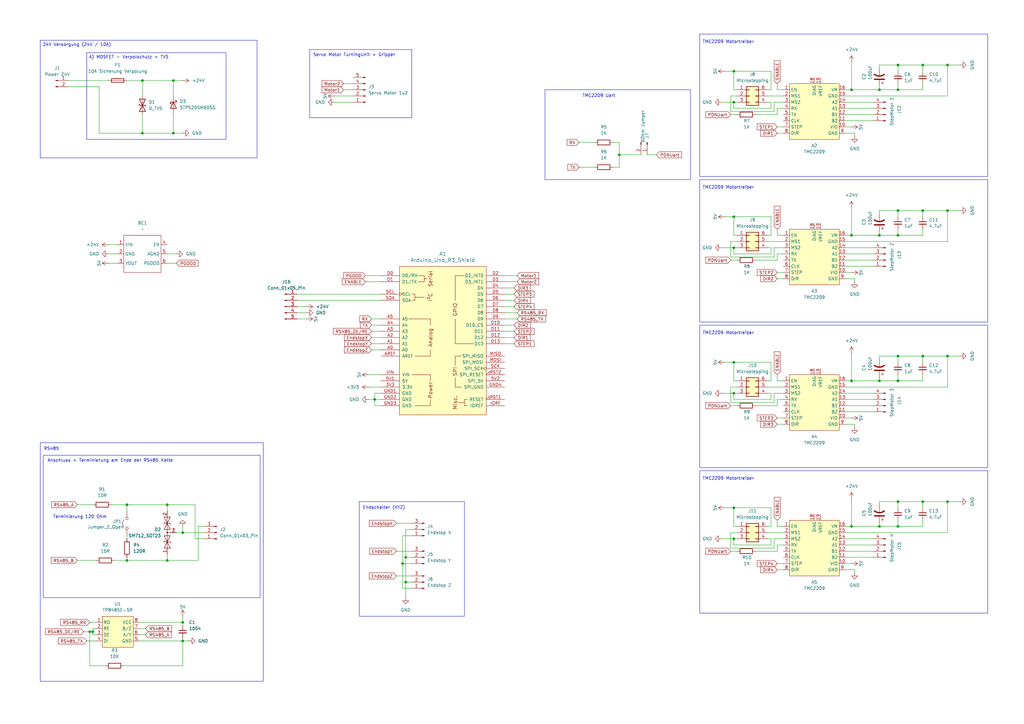
<source format=kicad_sch>
(kicad_sch (version 20250114) (generator "eeschema") (generator_version "9.0")
  (paper "A3")
  (title_block (title "MPC01") (date "2026-02-20") (rev "V0.1") (company "KTLA/Litec") (comment 1 "Logic"))
  (lib_symbols
    (symbol "BIGTREETECH_TMC2209_V1.3_Stepper_Motor_Driver_1"
      (property "Reference" "A3" (at 10.16 -25.4 0))
      (property "Value" "TMC2209" (at 10.16 -27.94 0))
      (symbol "BIGTREETECH_TMC2209_V1.3_Stepper_Motor_Driver_1_0_0"
        (pin unspecified line (at -2.54 -2.54 0) (length 2.54) (name "EN") (number "1"))
        (pin unspecified line (at -2.54 -5.08 0) (length 2.54) (name "MS1") (number "2"))
        (pin unspecified line (at -2.54 -7.62 0) (length 2.54) (name "MS2") (number "3"))
        (pin unspecified line (at -2.54 -10.16 0) (length 2.54) (name "RX") (number "4"))
        (pin unspecified line (at -2.54 -12.7 0) (length 2.54) (name "TX") (number "5"))
        (pin unspecified line (at -2.54 -15.24 0) (length 2.54) (name "CLK") (number "6"))
        (pin unspecified line (at -2.54 -17.78 0) (length 2.54) (name "STEP") (number "7"))
        (pin unspecified line (at -2.54 -20.32 0) (length 2.54) (name "DIR") (number "8"))
        (pin unspecified line (at 10.16 2.54 270) (length 2.54) (name "DIAG") (number "18"))
        (pin output line (at 12.7 2.54 270) (length 2.54) (name "VREF") (number "19"))
        (pin unspecified line (at 22.86 -2.54 180) (length 2.54) (name "VM") (number "16"))
        (pin unspecified line (at 22.86 -5.08 180) (length 2.54) (name "GND") (number "15"))
        (pin unspecified line (at 22.86 -7.62 180) (length 2.54) (name "A2") (number "14"))
        (pin unspecified line (at 22.86 -10.16 180) (length 2.54) (name "A1") (number "13"))
        (pin unspecified line (at 22.86 -12.7 180) (length 2.54) (name "B1") (number "12"))
        (pin unspecified line (at 22.86 -15.24 180) (length 2.54) (name "B2") (number "11"))
        (pin unspecified line (at 22.86 -17.78 180) (length 2.54) (name "VIO") (number "10"))
        (pin unspecified line (at 22.86 -20.32 180) (length 2.54) (name "GND") (number "9"))
      )
    )
    (symbol "BIGTREETECH_TMC2209_V1.3_Stepper_Motor_Driver_2"
      (property "Reference" "A2" (at 10.16 -25.4 0))
      (property "Value" "TMC2209" (at 10.16 -27.94 0))
      (symbol "BIGTREETECH_TMC2209_V1.3_Stepper_Motor_Driver_2_0_0"
        (pin unspecified line (at -2.54 -2.54 0) (length 2.54) (name "EN") (number "1"))
        (pin unspecified line (at -2.54 -5.08 0) (length 2.54) (name "MS1") (number "2"))
        (pin unspecified line (at -2.54 -7.62 0) (length 2.54) (name "MS2") (number "3"))
        (pin unspecified line (at -2.54 -10.16 0) (length 2.54) (name "RX") (number "4"))
        (pin unspecified line (at -2.54 -12.7 0) (length 2.54) (name "TX") (number "5"))
        (pin unspecified line (at -2.54 -15.24 0) (length 2.54) (name "CLK") (number "6"))
        (pin unspecified line (at -2.54 -17.78 0) (length 2.54) (name "STEP") (number "7"))
        (pin unspecified line (at -2.54 -20.32 0) (length 2.54) (name "DIR") (number "8"))
        (pin unspecified line (at 10.16 2.54 270) (length 2.54) (name "DIAG") (number "18"))
        (pin output line (at 12.7 2.54 270) (length 2.54) (name "VREF") (number "19"))
        (pin unspecified line (at 22.86 -2.54 180) (length 2.54) (name "VM") (number "16"))
        (pin unspecified line (at 22.86 -5.08 180) (length 2.54) (name "GND") (number "15"))
        (pin unspecified line (at 22.86 -7.62 180) (length 2.54) (name "A2") (number "14"))
        (pin unspecified line (at 22.86 -10.16 180) (length 2.54) (name "A1") (number "13"))
        (pin unspecified line (at 22.86 -12.7 180) (length 2.54) (name "B1") (number "12"))
        (pin unspecified line (at 22.86 -15.24 180) (length 2.54) (name "B2") (number "11"))
        (pin unspecified line (at 22.86 -17.78 180) (length 2.54) (name "VIO") (number "10"))
        (pin unspecified line (at 22.86 -20.32 180) (length 2.54) (name "GND") (number "9"))
      )
    )
    (symbol "BIGTREETECH_TMC2209_V1.3_Stepper_Motor_Driver_3"
      (property "Reference" "A4" (at 10.16 -25.4 0))
      (property "Value" "TMC2209" (at 10.16 -27.94 0))
      (symbol "BIGTREETECH_TMC2209_V1.3_Stepper_Motor_Driver_3_0_0"
        (pin unspecified line (at -2.54 -2.54 0) (length 2.54) (name "EN") (number "1"))
        (pin unspecified line (at -2.54 -5.08 0) (length 2.54) (name "MS1") (number "2"))
        (pin unspecified line (at -2.54 -7.62 0) (length 2.54) (name "MS2") (number "3"))
        (pin unspecified line (at -2.54 -10.16 0) (length 2.54) (name "RX") (number "4"))
        (pin unspecified line (at -2.54 -12.7 0) (length 2.54) (name "TX") (number "5"))
        (pin unspecified line (at -2.54 -15.24 0) (length 2.54) (name "CLK") (number "6"))
        (pin unspecified line (at -2.54 -17.78 0) (length 2.54) (name "STEP") (number "7"))
        (pin unspecified line (at -2.54 -20.32 0) (length 2.54) (name "DIR") (number "8"))
        (pin unspecified line (at 10.16 2.54 270) (length 2.54) (name "DIAG") (number "18"))
        (pin output line (at 12.7 2.54 270) (length 2.54) (name "VREF") (number "19"))
        (pin unspecified line (at 22.86 -2.54 180) (length 2.54) (name "VM") (number "16"))
        (pin unspecified line (at 22.86 -5.08 180) (length 2.54) (name "GND") (number "15"))
        (pin unspecified line (at 22.86 -7.62 180) (length 2.54) (name "A2") (number "14"))
        (pin unspecified line (at 22.86 -10.16 180) (length 2.54) (name "A1") (number "13"))
        (pin unspecified line (at 22.86 -12.7 180) (length 2.54) (name "B1") (number "12"))
        (pin unspecified line (at 22.86 -15.24 180) (length 2.54) (name "B2") (number "11"))
        (pin unspecified line (at 22.86 -17.78 180) (length 2.54) (name "VIO") (number "10"))
        (pin unspecified line (at 22.86 -20.32 180) (length 2.54) (name "GND") (number "9"))
      )
    )
    (symbol "Connector:Conn_01x02_Pin" (pin_names (offset 1.016) (hide yes))
      (property "Reference" "J" (at 0 2.54 0))
      (property "Value" "Conn_01x02_Pin" (at 0 -5.08 0))
      (symbol "Conn_01x02_Pin_1_1"
        (pin passive line (at 5.08 0 180) (length 3.81) (name "Pin_1") (number "1"))
        (pin passive line (at 5.08 -2.54 180) (length 3.81) (name "Pin_2") (number "2"))
      )
    )
    (symbol "Connector:Conn_01x03_Pin" (pin_names (offset 1.016) (hide yes))
      (property "Reference" "J" (at 0 5.08 0))
      (property "Value" "Conn_01x03_Pin" (at 0 -5.08 0))
      (symbol "Conn_01x03_Pin_1_1"
        (pin passive line (at 5.08 2.54 180) (length 3.81) (name "Pin_1") (number "1"))
        (pin passive line (at 5.08 0 180) (length 3.81) (name "Pin_2") (number "2"))
        (pin passive line (at 5.08 -2.54 180) (length 3.81) (name "Pin_3") (number "3"))
      )
    )
    (symbol "Connector:Conn_01x04_Pin" (pin_names (offset 1.016) (hide yes))
      (property "Reference" "J" (at 0 5.08 0))
      (property "Value" "Conn_01x04_Pin" (at 0 -7.62 0))
      (symbol "Conn_01x04_Pin_1_1"
        (pin passive line (at 5.08 2.54 180) (length 3.81) (name "Pin_1") (number "1"))
        (pin passive line (at 5.08 0 180) (length 3.81) (name "Pin_2") (number "2"))
        (pin passive line (at 5.08 -2.54 180) (length 3.81) (name "Pin_3") (number "3"))
        (pin passive line (at 5.08 -5.08 180) (length 3.81) (name "Pin_4") (number "4"))
      )
    )
    (symbol "Connector:Conn_01x05_Pin" (pin_names (offset 1.016) (hide yes))
      (property "Reference" "J" (at 0 7.62 0))
      (property "Value" "Conn_01x05_Pin" (at 0 -7.62 0))
      (symbol "Conn_01x05_Pin_1_1"
        (pin passive line (at 5.08 5.08 180) (length 3.81) (name "Pin_1") (number "1"))
        (pin passive line (at 5.08 2.54 180) (length 3.81) (name "Pin_2") (number "2"))
        (pin passive line (at 5.08 0 180) (length 3.81) (name "Pin_3") (number "3"))
        (pin passive line (at 5.08 -2.54 180) (length 3.81) (name "Pin_4") (number "4"))
        (pin passive line (at 5.08 -5.08 180) (length 3.81) (name "Pin_5") (number "5"))
      )
    )
    (symbol "Connector_Generic:Conn_02x03_Counter_Clockwise" (pin_names (offset 1.016) (hide yes))
      (property "Reference" "J" (at 1.27 5.08 0))
      (property "Value" "Conn_02x03_Counter_Clockwise" (at 1.27 -5.08 0))
      (symbol "Conn_02x03_Counter_Clockwise_1_1"
        (pin passive line (at -5.08 2.54 0) (length 3.81) (name "Pin_1") (number "1"))
        (pin passive line (at -5.08 0 0) (length 3.81) (name "Pin_2") (number "2"))
        (pin passive line (at -5.08 -2.54 0) (length 3.81) (name "Pin_3") (number "3"))
        (pin passive line (at 7.62 2.54 180) (length 3.81) (name "Pin_6") (number "6"))
        (pin passive line (at 7.62 0 180) (length 3.81) (name "Pin_5") (number "5"))
        (pin passive line (at 7.62 -2.54 180) (length 3.81) (name "Pin_4") (number "4"))
      )
    )
    (symbol "Controller:Buck_Converter"
      (property "Reference" "BC" (at 0 0 0))
      (symbol "Buck_Converter_1_1"
        (pin input line (at -10.16 -5.08 0) (length 2.54) (name "VIN") (number "1"))
        (pin passive line (at -10.16 -8.89 0) (length 2.54) (name "GND") (number "2"))
        (pin output line (at -10.16 -12.7 0) (length 2.54) (name "VOUT") (number "3"))
        (pin output line (at 10.16 -5.08 180) (length 2.54) (name "EN") (number "4"))
        (pin output line (at 10.16 -8.89 180) (length 2.54) (name "AGND") (number "5"))
        (pin output line (at 10.16 -12.7 180) (length 2.54) (name "PGOOD") (number "6"))
      )
    )
    (symbol "Device:C_Polarized_US" (pin_numbers (hide yes)) (pin_names (offset 0.254) (hide yes))
      (property "Reference" "C" (at 0.635 2.54 0))
      (property "Value" "C_Polarized_US" (at 0.635 -2.54 0))
      (symbol "C_Polarized_US_1_1"
        (pin passive line (at 0 3.81 270) (length 2.794) (name "~") (number "1"))
        (pin passive line (at 0 -3.81 90) (length 3.302) (name "~") (number "2"))
      )
    )
    (symbol "Device:D_Schottky" (pin_numbers (hide yes)) (pin_names (offset 1.016) (hide yes))
      (property "Reference" "D" (at 0 2.54 0))
      (property "Value" "D_Schottky" (at 0 -2.54 0))
      (symbol "D_Schottky_1_1"
        (pin passive line (at -3.81 0 0) (length 2.54) (name "K") (number "1"))
        (pin passive line (at 3.81 0 180) (length 2.54) (name "A") (number "2"))
      )
    )
    (symbol "Device:D_TVS" (pin_numbers (hide yes)) (pin_names (offset 1.016) (hide yes))
      (property "Reference" "D" (at 0 2.54 0))
      (property "Value" "D_TVS" (at 0 -2.54 0))
      (symbol "D_TVS_1_1"
        (pin passive line (at -3.81 0 0) (length 2.54) (name "A1") (number "1"))
        (pin passive line (at 3.81 0 180) (length 2.54) (name "A2") (number "2"))
      )
    )
    (symbol "Device:Fuse" (pin_numbers (hide yes)) (pin_names (offset 0))
      (property "Reference" "F" (at 2.032 0 90))
      (property "Value" "Fuse" (at -1.905 0 90))
      (symbol "Fuse_1_1"
        (pin passive line (at 0 3.81 270) (length 1.27) (name "~") (number "1"))
        (pin passive line (at 0 -3.81 90) (length 1.27) (name "~") (number "2"))
      )
    )
    (symbol "Device:R" (pin_numbers (hide yes)) (pin_names (offset 0))
      (property "Reference" "R" (at 2.032 0 90))
      (property "Value" "R" (at 0 0 90))
      (symbol "R_1_1"
        (pin passive line (at 0 3.81 270) (length 1.27) (name "~") (number "1"))
        (pin passive line (at 0 -3.81 90) (length 1.27) (name "~") (number "2"))
      )
    )
    (symbol "Diode:SM712_SOT23" (pin_names (offset 1.016) (hide yes))
      (property "Reference" "D" (at 0 4.445 0))
      (property "Value" "SM712_SOT23" (at 0 2.54 0))
      (symbol "SM712_SOT23_1_1"
        (pin passive line (at -8.89 0 0) (length 2.54) (name "A1") (number "1"))
        (pin input line (at 0 -3.81 90) (length 2.54) (name "common") (number "3"))
        (pin passive line (at 8.89 0 180) (length 2.54) (name "A2") (number "2"))
      )
    )
    (symbol "Jumper:Jumper_2_Open" (pin_numbers (hide yes)) (pin_names (offset 0) (hide yes))
      (property "Reference" "JP" (at 0 2.794 0))
      (property "Value" "Jumper_2_Open" (at 0 -2.286 0))
      (symbol "Jumper_2_Open_1_1"
        (pin passive line (at -5.08 0 0) (length 2.54) (name "A") (number "1"))
        (pin passive line (at 5.08 0 180) (length 2.54) (name "B") (number "2"))
      )
    )
    (symbol "MPC01_Lib:3PEAK_TP8485E-SR"
      (property "Reference" "U" (at 0.508 1.016 0))
      (property "Value" "TP8485E-SR" (at 10.414 1.016 0))
      (symbol "3PEAK_TP8485E-SR_0_0"
        (pin output line (at -2.54 -2.54 0) (length 2.54) (name "RO") (number "1"))
        (pin input line (at -2.54 -5.08 0) (length 2.54) (name "RE") (number "2"))
        (pin input line (at -2.54 -7.62 0) (length 2.54) (name "DE") (number "3"))
        (pin input line (at -2.54 -10.16 0) (length 2.54) (name "DI") (number "4"))
        (pin power_in line (at 15.24 -2.54 180) (length 2.54) (name "VCC") (number "8"))
        (pin bidirectional line (at 15.24 -5.08 180) (length 2.54) (name "B/Z") (number "7"))
        (pin bidirectional line (at 15.24 -7.62 180) (length 2.54) (name "A/Y") (number "6"))
        (pin power_out line (at 15.24 -10.16 180) (length 2.54) (name "GND") (number "5"))
      )
    )
    (symbol "MPC01_Lib:BIGTREETECH_TMC2209_V1.3_Stepper_Motor_Driver"
      (property "Reference" "A5" (at 10.16 -25.4 0))
      (property "Value" "TMC2209" (at 10.16 -27.94 0))
      (symbol "BIGTREETECH_TMC2209_V1.3_Stepper_Motor_Driver_0_0"
        (pin unspecified line (at -2.54 -2.54 0) (length 2.54) (name "EN") (number "1"))
        (pin unspecified line (at -2.54 -5.08 0) (length 2.54) (name "MS1") (number "2"))
        (pin unspecified line (at -2.54 -7.62 0) (length 2.54) (name "MS2") (number "3"))
        (pin unspecified line (at -2.54 -10.16 0) (length 2.54) (name "RX") (number "4"))
        (pin unspecified line (at -2.54 -12.7 0) (length 2.54) (name "TX") (number "5"))
        (pin unspecified line (at -2.54 -15.24 0) (length 2.54) (name "CLK") (number "6"))
        (pin unspecified line (at -2.54 -17.78 0) (length 2.54) (name "STEP") (number "7"))
        (pin unspecified line (at -2.54 -20.32 0) (length 2.54) (name "DIR") (number "8"))
        (pin unspecified line (at 10.16 2.54 270) (length 2.54) (name "DIAG") (number "18"))
        (pin output line (at 12.7 2.54 270) (length 2.54) (name "VREF") (number "19"))
        (pin unspecified line (at 22.86 -2.54 180) (length 2.54) (name "VM") (number "16"))
        (pin unspecified line (at 22.86 -5.08 180) (length 2.54) (name "GND") (number "15"))
        (pin unspecified line (at 22.86 -7.62 180) (length 2.54) (name "A2") (number "14"))
        (pin unspecified line (at 22.86 -10.16 180) (length 2.54) (name "A1") (number "13"))
        (pin unspecified line (at 22.86 -12.7 180) (length 2.54) (name "B1") (number "12"))
        (pin unspecified line (at 22.86 -15.24 180) (length 2.54) (name "B2") (number "11"))
        (pin unspecified line (at 22.86 -17.78 180) (length 2.54) (name "VIO") (number "10"))
        (pin unspecified line (at 22.86 -20.32 180) (length 2.54) (name "GND") (number "9"))
      )
    )
    (symbol "PCM_SparkFun-Capacitor:C" (pin_numbers (hide yes)) (pin_names (offset 0.254))
      (property "Reference" "C" (at 0.635 2.54 0))
      (property "Value" "C" (at 0.635 -2.54 0))
      (property "Voltage" "1kV" (at 0 -6.35 0))
      (property "Tolerance" "100%" (at 0 -8.89 0))
      (symbol "C_1_1"
        (pin passive line (at 0 2.54 270) (length 2.032) (name "~") (number "1"))
        (pin passive line (at 0 -2.54 90) (length 2.032) (name "~") (number "2"))
      )
    )
    (symbol "PCM_SparkFun-PowerSymbol:5V" (power) (pin_names (offset 0))
      (property "Value" "5V" (at 0 3.81 0))
      (symbol "5V_1_1"
        (pin power_in line (at 0 0 90) (length 0) (hide yes) (name "5V") (number "1"))
      )
    )
    (symbol "PCM_arduino-library:Arduino_Uno_R3_Shield" (pin_names (offset 1.016))
      (property "Reference" "A" (at 0 36.83 0))
      (property "Value" "Arduino_Uno_R3_Shield" (at 0 33.02 0))
      (symbol "Arduino_Uno_R3_Shield_0_0"
        (text "Serial" (at -5.08 25.4 900) (effects (font (size 1.524 1.524))))
        (text "I²C" (at -5.08 17.78 900) (effects (font (size 1.524 1.524))))
        (text "Analog" (at -5.08 1.27 900) (effects (font (size 1.524 1.524))))
        (text "Power" (at -5.08 -20.32 900) (effects (font (size 1.524 1.524))))
        (text "SPI" (at 5.08 -12.7 900) (effects (font (size 1.524 1.524))))
        (text "Misc." (at 5.08 -25.4 900) (effects (font (size 1.524 1.524))))
      )
      (symbol "Arduino_Uno_R3_Shield_1_0"
        (text "GPIO" (at 5.08 12.7 900) (effects (font (size 1.524 1.524))))
      )
      (symbol "Arduino_Uno_R3_Shield_1_1"
        (pin bidirectional line (at -25.4 26.67 0) (length 7.62) (name "D0/RX") (number "D0"))
        (pin bidirectional line (at -25.4 24.13 0) (length 7.62) (name "D1/TX") (number "D1"))
        (pin bidirectional clock (at -25.4 19.05 0) (length 7.62) (name "SCL") (number "SCL"))
        (pin bidirectional line (at -25.4 16.51 0) (length 7.62) (name "SDA") (number "SDA"))
        (pin bidirectional line (at -25.4 8.89 0) (length 7.62) (name "A5") (number "A5"))
        (pin bidirectional line (at -25.4 6.35 0) (length 7.62) (name "A4") (number "A4"))
        (pin bidirectional line (at -25.4 3.81 0) (length 7.62) (name "A3") (number "A3"))
        (pin bidirectional line (at -25.4 1.27 0) (length 7.62) (name "A2") (number "A2"))
        (pin bidirectional line (at -25.4 -1.27 0) (length 7.62) (name "A1") (number "A1"))
        (pin bidirectional line (at -25.4 -3.81 0) (length 7.62) (name "A0") (number "A0"))
        (pin input line (at -25.4 -6.35 0) (length 7.62) (name "AREF") (number "AREF"))
        (pin power_in line (at -25.4 -13.97 0) (length 7.62) (name "VIN") (number "VIN"))
        (pin power_in line (at -25.4 -16.51 0) (length 7.62) (name "5V") (number "5V1"))
        (pin power_out line (at -25.4 -19.05 0) (length 7.62) (name "3.3V") (number "3V3"))
        (pin power_in line (at -25.4 -21.59 0) (length 7.62) (name "GND") (number "GND1"))
        (pin power_in line (at -25.4 -24.13 0) (length 7.62) (name "GND") (number "GND2"))
        (pin power_in line (at -25.4 -26.67 0) (length 7.62) (name "GND") (number "GND3"))
        (pin bidirectional line (at 25.4 26.67 180) (length 7.62) (name "D2_INT0") (number "D2"))
        (pin bidirectional line (at 25.4 24.13 180) (length 7.62) (name "D3_INT1") (number "D3"))
        (pin bidirectional line (at 25.4 21.59 180) (length 7.62) (name "D4") (number "D4"))
        (pin bidirectional line (at 25.4 19.05 180) (length 7.62) (name "D5") (number "D5"))
        (pin bidirectional line (at 25.4 16.51 180) (length 7.62) (name "D6") (number "D6"))
        (pin bidirectional line (at 25.4 13.97 180) (length 7.62) (name "D7") (number "D7"))
        (pin bidirectional line (at 25.4 11.43 180) (length 7.62) (name "D8") (number "D8"))
        (pin bidirectional line (at 25.4 8.89 180) (length 7.62) (name "D9") (number "D9"))
        (pin bidirectional line (at 25.4 6.35 180) (length 7.62) (name "D10_CS") (number "D10"))
        (pin bidirectional line (at 25.4 3.81 180) (length 7.62) (name "D11") (number "D11"))
        (pin bidirectional line (at 25.4 1.27 180) (length 7.62) (name "D12") (number "D12"))
        (pin bidirectional line (at 25.4 -1.27 180) (length 7.62) (name "D13") (number "D13"))
        (pin input line (at 25.4 -6.35 180) (length 7.62) (name "SPI_MISO") (number "MISO"))
        (pin output line (at 25.4 -8.89 180) (length 7.62) (name "SPI_MOSI") (number "MOSI"))
        (pin output clock (at 25.4 -11.43 180) (length 7.62) (name "SPI_SCK") (number "SCK"))
        (pin open_collector input_low (at 25.4 -13.97 180) (length 7.62) (name "SPI_RESET") (number "RST2"))
        (pin power_in line (at 25.4 -16.51 180) (length 7.62) (name "SPI_5V") (number "5V2"))
        (pin power_in line (at 25.4 -19.05 180) (length 7.62) (name "SPI_GND") (number "GND4"))
        (pin open_collector input_low (at 25.4 -24.13 180) (length 7.62) (name "RESET") (number "RST1"))
        (pin output line (at 25.4 -26.67 180) (length 7.62) (name "IOREF") (number "IORF"))
      )
    )
    (symbol "power:+24V" (power) (pin_numbers (hide yes)) (pin_names (offset 0) (hide yes))
      (property "Value" "+24V" (at 0 3.556 0))
      (symbol "+24V_1_1"
        (pin power_in line (at 0 0 90) (length 0) (name "~") (number "1"))
      )
    )
    (symbol "power:+3V3" (power) (pin_numbers (hide yes)) (pin_names (offset 0) (hide yes))
      (property "Value" "+3V3" (at 0 3.556 0))
      (symbol "+3V3_1_1"
        (pin power_in line (at 0 0 90) (length 0) (name "~") (number "1"))
      )
    )
    (symbol "power:GND" (power) (pin_numbers (hide yes)) (pin_names (offset 0) (hide yes))
      (property "Value" "GND" (at 0 -3.81 0))
      (symbol "GND_1_1"
        (pin power_in line (at 0 0 270) (length 0) (name "~") (number "1"))
      )
    )
  )
  (rectangle (start 147.32 205.74) (end 190.5 252.73))
  (rectangle (start 287.02 73.66) (end 405.13 132.08))
  (rectangle (start 287.02 13.97) (end 405.13 72.39))
  (rectangle (start 17.78 186.69) (end 106.68 245.11))
  (rectangle (start 16.51 181.61) (end 107.95 279.4))
  (rectangle (start 223.52 36.83) (end 283.21 73.66))
  (rectangle (start 287.02 133.35) (end 405.13 191.77))
  (rectangle (start 287.02 193.04) (end 405.13 251.46))
  (rectangle (start 127 20.32) (end 168.91 48.26))
  (text "Terminierung 120 Ohm" (at 32.766 212.09 0) (effects (font (size 1.27 1.27))))
  (text "TMC2209 Motortreiber" (at 298.704 196.342 0) (effects (font (size 1.27 1.27))))
  (text "TMC2209 Motortreiber" (at 298.704 17.272 0) (effects (font (size 1.27 1.27))))
  (text "RS485 \n" (at 21.59 184.15 0) (effects (font (size 1.27 1.27))))
  (text "Servo Motor TurningUnit + Gripper" (at 145.288 22.606 0) (effects (font (size 1.27 1.27))))
  (text "Endschalter (XYZ)" (at 157.48 208.28 0) (effects (font (size 1.27 1.27))))
  (text "Anschluss + Terminierung am Ende der RS485 Kette\n" (at 45.212 188.976 0) (effects (font (size 1.27 1.27))))
  (text "TMC2209 Uart" (at 245.618 39.37 0) (effects (font (size 1.27 1.27))))
  (text "TMC2209 Motortreiber" (at 298.704 136.652 0) (effects (font (size 1.27 1.27))))
  (text "TMC2209 Motortreiber" (at 298.704 76.962 0) (effects (font (size 1.27 1.27))))
  (text_box "24V Versorgung (24V / 10A)" (at 16.51 16.51 0) (size 88.9 48.26) (margins 0.9525 0.9525 0.9525 0.9525) (fill (type color)) (effects (font (size 1.27 1.27)) (justify left top)))
  (text_box "A) MOSFET - Verpolschutz + TVS" (at 35.56 21.59 0) (size 57.15 35.56) (margins 0.9525 0.9525 0.9525 0.9525) (fill (type color)) (effects (font (size 1.27 1.27)) (justify left top)))
  (junction (at 368.3 26.67))
  (junction (at 388.62 205.74))
  (junction (at 153.67 163.83))
  (junction (at 349.25 156.21))
  (junction (at 300.99 208.28))
  (junction (at 349.25 96.52))
  (junction (at 52.07 229.87))
  (junction (at 378.46 26.67))
  (junction (at 58.42 54.61))
  (junction (at 166.37 228.6))
  (junction (at 300.99 161.29))
  (junction (at 388.62 86.36))
  (junction (at 388.62 146.05))
  (junction (at 360.68 215.9))
  (junction (at 68.58 229.87))
  (junction (at 300.99 29.21))
  (junction (at 300.99 88.9))
  (junction (at 368.3 215.9))
  (junction (at 71.12 54.61))
  (junction (at 74.93 262.89))
  (junction (at 378.46 205.74))
  (junction (at 349.25 36.83))
  (junction (at 368.3 156.21))
  (junction (at 388.62 26.67))
  (junction (at 368.3 96.52))
  (junction (at 300.99 101.6))
  (junction (at 368.3 36.83))
  (junction (at 68.58 207.01))
  (junction (at 368.3 205.74))
  (junction (at 300.99 41.91))
  (junction (at 378.46 146.05))
  (junction (at 368.3 146.05))
  (junction (at 349.25 215.9))
  (junction (at 36.83 259.08))
  (junction (at 38.1 259.08))
  (junction (at 360.68 36.83))
  (junction (at 360.68 156.21))
  (junction (at 254 63.5))
  (junction (at 74.93 218.44))
  (junction (at 378.46 86.36))
  (junction (at 74.93 255.27))
  (junction (at 368.3 86.36))
  (junction (at 300.99 148.59))
  (junction (at 360.68 96.52))
  (junction (at 71.12 33.02))
  (junction (at 166.37 238.76))
  (junction (at 300.99 220.98))
  (junction (at 58.42 33.02))
  (junction (at 165.1 231.14))
  (junction (at 52.07 207.01))
  (wire (pts (xy 321.31 161.29) (xy 317.5 161.29)))
  (wire (pts (xy 316.23 36.83) (xy 316.23 29.21)))
  (wire (pts (xy 321.31 104.14) (xy 318.77 104.14)))
  (wire (pts (xy 314.96 158.75) (xy 321.31 158.75)))
  (wire (pts (xy 388.62 86.36) (xy 388.62 99.06)))
  (wire (pts (xy 316.23 208.28) (xy 300.99 208.28)))
  (wire (pts (xy 300.99 101.6) (xy 302.26 101.6)))
  (wire (pts (xy 360.68 156.21) (xy 368.3 156.21)))
  (wire (pts (xy 358.14 226.06) (xy 346.71 226.06)))
  (wire (pts (xy 57.15 260.35) (xy 59.69 260.35)))
  (wire (pts (xy 346.71 218.44) (xy 388.62 218.44)))
  (wire (pts (xy 297.18 88.9) (xy 300.99 88.9)))
  (wire (pts (xy 314.96 96.52) (xy 316.23 96.52)))
  (wire (pts (xy 316.23 29.21) (xy 300.99 29.21)))
  (wire (pts (xy 151.13 163.83) (xy 153.67 163.83)))
  (wire (pts (xy 68.58 207.01) (xy 68.58 209.55)))
  (wire (pts (xy 299.72 99.06) (xy 302.26 99.06)))
  (wire (pts (xy 31.75 207.01) (xy 38.1 207.01)))
  (wire (pts (xy 58.42 33.02) (xy 71.12 33.02)))
  (wire (pts (xy 68.58 107.95) (xy 72.39 107.95)))
  (wire (pts (xy 360.68 86.36) (xy 360.68 87.63)))
  (wire (pts (xy 151.13 158.75) (xy 156.21 158.75)))
  (wire (pts (xy 300.99 44.45) (xy 316.23 44.45)))
  (wire (pts (xy 137.16 41.91) (xy 144.78 41.91)))
  (wire (pts (xy 321.31 163.83) (xy 318.77 163.83)))
  (wire (pts (xy 300.99 41.91) (xy 300.99 44.45)))
  (wire (pts (xy 40.64 54.61) (xy 58.42 54.61)))
  (wire (pts (xy 316.23 101.6) (xy 314.96 101.6)))
  (wire (pts (xy 300.99 220.98) (xy 300.99 223.52)))
  (wire (pts (xy 299.72 224.79) (xy 299.72 218.44)))
  (wire (pts (xy 358.14 228.6) (xy 346.71 228.6)))
  (wire (pts (xy 251.46 68.58) (xy 254 68.58)))
  (wire (pts (xy 152.4 135.89) (xy 156.21 135.89)))
  (wire (pts (xy 378.46 93.98) (xy 378.46 96.52)))
  (wire (pts (xy 368.3 148.59) (xy 368.3 146.05)))
  (wire (pts (xy 378.46 153.67) (xy 378.46 156.21)))
  (wire (pts (xy 121.92 123.19) (xy 156.21 123.19)))
  (wire (pts (xy 360.68 36.83) (xy 360.68 35.56)))
  (wire (pts (xy 358.14 101.6) (xy 346.71 101.6)))
  (wire (pts (xy 316.23 41.91) (xy 314.96 41.91)))
  (wire (pts (xy 360.68 156.21) (xy 360.68 154.94)))
  (wire (pts (xy 321.31 215.9) (xy 318.77 215.9)))
  (wire (pts (xy 237.49 68.58) (xy 243.84 68.58)))
  (wire (pts (xy 358.14 161.29) (xy 346.71 161.29)))
  (wire (pts (xy 74.93 261.62) (xy 74.93 262.89)))
  (wire (pts (xy 31.75 229.87) (xy 39.37 229.87)))
  (wire (pts (xy 210.82 135.89) (xy 207.01 135.89)))
  (wire (pts (xy 360.68 146.05) (xy 360.68 147.32)))
  (wire (pts (xy 81.28 229.87) (xy 68.58 229.87)))
  (wire (pts (xy 265.43 63.5) (xy 269.24 63.5)))
  (wire (pts (xy 44.45 100.33) (xy 48.26 100.33)))
  (wire (pts (xy 297.18 29.21) (xy 300.99 29.21)))
  (wire (pts (xy 378.46 213.36) (xy 378.46 215.9)))
  (wire (pts (xy 358.14 168.91) (xy 346.71 168.91)))
  (wire (pts (xy 349.25 144.78) (xy 349.25 156.21)))
  (wire (pts (xy 316.23 88.9) (xy 300.99 88.9)))
  (wire (pts (xy 316.23 163.83) (xy 316.23 161.29)))
  (wire (pts (xy 44.45 104.14) (xy 48.26 104.14)))
  (wire (pts (xy 71.12 54.61) (xy 74.93 54.61)))
  (wire (pts (xy 368.3 205.74) (xy 378.46 205.74)))
  (wire (pts (xy 378.46 205.74) (xy 388.62 205.74)))
  (wire (pts (xy 46.99 229.87) (xy 52.07 229.87)))
  (wire (pts (xy 360.68 86.36) (xy 368.3 86.36)))
  (wire (pts (xy 360.68 146.05) (xy 368.3 146.05)))
  (wire (pts (xy 350.52 54.61) (xy 346.71 54.61)))
  (wire (pts (xy 346.71 99.06) (xy 388.62 99.06)))
  (wire (pts (xy 166.37 245.11) (xy 166.37 238.76)))
  (wire (pts (xy 71.12 33.02) (xy 71.12 39.37)))
  (wire (pts (xy 368.3 153.67) (xy 368.3 156.21)))
  (wire (pts (xy 300.99 161.29) (xy 300.99 163.83)))
  (wire (pts (xy 300.99 215.9) (xy 302.26 215.9)))
  (wire (pts (xy 58.42 33.02) (xy 58.42 39.37)))
  (wire (pts (xy 358.14 49.53) (xy 346.71 49.53)))
  (wire (pts (xy 35.56 262.89) (xy 39.37 262.89)))
  (wire (pts (xy 210.82 125.73) (xy 207.01 125.73)))
  (wire (pts (xy 358.14 41.91) (xy 346.71 41.91)))
  (wire (pts (xy 153.67 166.37) (xy 153.67 163.83)))
  (wire (pts (xy 81.28 215.9) (xy 81.28 229.87)))
  (wire (pts (xy 162.56 226.06) (xy 168.91 226.06)))
  (wire (pts (xy 314.96 39.37) (xy 321.31 39.37)))
  (wire (pts (xy 149.86 113.03) (xy 156.21 113.03)))
  (wire (pts (xy 300.99 29.21) (xy 300.99 36.83)))
  (wire (pts (xy 317.5 161.29) (xy 317.5 165.1)))
  (wire (pts (xy 254 68.58) (xy 254 63.5)))
  (wire (pts (xy 316.23 104.14) (xy 316.23 101.6)))
  (wire (pts (xy 358.14 46.99) (xy 346.71 46.99)))
  (wire (pts (xy 321.31 220.98) (xy 317.5 220.98)))
  (wire (pts (xy 321.31 156.21) (xy 318.77 156.21)))
  (wire (pts (xy 368.3 26.67) (xy 378.46 26.67)))
  (wire (pts (xy 360.68 205.74) (xy 360.68 207.01)))
  (wire (pts (xy 166.37 228.6) (xy 168.91 228.6)))
  (wire (pts (xy 360.68 215.9) (xy 368.3 215.9)))
  (wire (pts (xy 388.62 146.05) (xy 393.7 146.05)))
  (wire (pts (xy 40.64 35.56) (xy 40.64 54.61)))
  (wire (pts (xy 346.71 158.75) (xy 388.62 158.75)))
  (wire (pts (xy 36.83 273.05) (xy 43.18 273.05)))
  (wire (pts (xy 50.8 273.05) (xy 74.93 273.05)))
  (wire (pts (xy 300.99 161.29) (xy 302.26 161.29)))
  (wire (pts (xy 36.83 259.08) (xy 36.83 273.05)))
  (wire (pts (xy 156.21 166.37) (xy 153.67 166.37)))
  (wire (pts (xy 300.99 156.21) (xy 302.26 156.21)))
  (wire (pts (xy 318.77 52.07) (xy 321.31 52.07)))
  (wire (pts (xy 378.46 146.05) (xy 388.62 146.05)))
  (wire (pts (xy 321.31 96.52) (xy 318.77 96.52)))
  (wire (pts (xy 168.91 241.3) (xy 165.1 241.3)))
  (wire (pts (xy 162.56 214.63) (xy 168.91 214.63)))
  (wire (pts (xy 57.15 262.89) (xy 74.93 262.89)))
  (wire (pts (xy 378.46 34.29) (xy 378.46 36.83)))
  (wire (pts (xy 72.39 218.44) (xy 74.93 218.44)))
  (wire (pts (xy 38.1 260.35) (xy 38.1 259.08)))
  (wire (pts (xy 318.77 111.76) (xy 321.31 111.76)))
  (wire (pts (xy 358.14 223.52) (xy 346.71 223.52)))
  (wire (pts (xy 317.5 105.41) (xy 299.72 105.41)))
  (wire (pts (xy 378.46 86.36) (xy 388.62 86.36)))
  (wire (pts (xy 318.77 44.45) (xy 318.77 46.99)))
  (wire (pts (xy 317.5 41.91) (xy 317.5 45.72)))
  (wire (pts (xy 388.62 26.67) (xy 393.7 26.67)))
  (wire (pts (xy 299.72 158.75) (xy 302.26 158.75)))
  (wire (pts (xy 388.62 146.05) (xy 388.62 158.75)))
  (wire (pts (xy 346.71 39.37) (xy 388.62 39.37)))
  (wire (pts (xy 318.77 114.3) (xy 321.31 114.3)))
  (wire (pts (xy 378.46 205.74) (xy 378.46 208.28)))
  (wire (pts (xy 152.4 143.51) (xy 156.21 143.51)))
  (wire (pts (xy 151.13 153.67) (xy 156.21 153.67)))
  (wire (pts (xy 317.5 220.98) (xy 317.5 224.79)))
  (wire (pts (xy 121.92 128.27) (xy 125.73 128.27)))
  (wire (pts (xy 378.46 26.67) (xy 388.62 26.67)))
  (wire (pts (xy 162.56 236.22) (xy 168.91 236.22)))
  (wire (pts (xy 316.23 44.45) (xy 316.23 41.91)))
  (wire (pts (xy 156.21 161.29) (xy 153.67 161.29)))
  (wire (pts (xy 81.28 215.9) (xy 83.82 215.9)))
  (wire (pts (xy 168.91 217.17) (xy 166.37 217.17)))
  (wire (pts (xy 152.4 140.97) (xy 156.21 140.97)))
  (wire (pts (xy 358.14 44.45) (xy 346.71 44.45)))
  (wire (pts (xy 207.01 128.27) (xy 212.09 128.27)))
  (wire (pts (xy 360.68 26.67) (xy 360.68 27.94)))
  (wire (pts (xy 299.72 226.06) (xy 302.26 226.06)))
  (wire (pts (xy 316.23 148.59) (xy 300.99 148.59)))
  (wire (pts (xy 318.77 104.14) (xy 318.77 106.68)))
  (wire (pts (xy 318.77 54.61) (xy 321.31 54.61)))
  (wire (pts (xy 316.23 96.52) (xy 316.23 88.9)))
  (wire (pts (xy 358.14 220.98) (xy 346.71 220.98)))
  (wire (pts (xy 57.15 255.27) (xy 74.93 255.27)))
  (wire (pts (xy 74.93 252.73) (xy 74.93 255.27)))
  (wire (pts (xy 318.77 36.83) (xy 318.77 34.29)))
  (wire (pts (xy 71.12 46.99) (xy 71.12 54.61)))
  (wire (pts (xy 297.18 148.59) (xy 300.99 148.59)))
  (wire (pts (xy 368.3 213.36) (xy 368.3 215.9)))
  (wire (pts (xy 121.92 130.81) (xy 125.73 130.81)))
  (wire (pts (xy 368.3 215.9) (xy 378.46 215.9)))
  (wire (pts (xy 45.72 207.01) (xy 52.07 207.01)))
  (wire (pts (xy 58.42 54.61) (xy 71.12 54.61)))
  (wire (pts (xy 153.67 161.29) (xy 153.67 163.83)))
  (wire (pts (xy 349.25 156.21) (xy 360.68 156.21)))
  (wire (pts (xy 254 58.42) (xy 251.46 58.42)))
  (wire (pts (xy 44.45 107.95) (xy 48.26 107.95)))
  (wire (pts (xy 38.1 257.81) (xy 39.37 257.81)))
  (wire (pts (xy 346.71 96.52) (xy 349.25 96.52)))
  (wire (pts (xy 121.92 120.65) (xy 156.21 120.65)))
  (wire (pts (xy 350.52 233.68) (xy 346.71 233.68)))
  (wire (pts (xy 68.58 104.14) (xy 72.39 104.14)))
  (wire (pts (xy 140.97 36.83) (xy 144.78 36.83)))
  (wire (pts (xy 349.25 204.47) (xy 349.25 215.9)))
  (wire (pts (xy 74.93 255.27) (xy 74.93 256.54)))
  (wire (pts (xy 68.58 227.33) (xy 68.58 229.87)))
  (wire (pts (xy 378.46 26.67) (xy 378.46 29.21)))
  (wire (pts (xy 165.1 241.3) (xy 165.1 231.14)))
  (wire (pts (xy 166.37 238.76) (xy 168.91 238.76)))
  (wire (pts (xy 121.92 125.73) (xy 125.73 125.73)))
  (wire (pts (xy 300.99 223.52) (xy 316.23 223.52)))
  (wire (pts (xy 152.4 138.43) (xy 156.21 138.43)))
  (wire (pts (xy 316.23 161.29) (xy 314.96 161.29)))
  (wire (pts (xy 153.67 163.83) (xy 156.21 163.83)))
  (wire (pts (xy 80.01 220.98) (xy 83.82 220.98)))
  (wire (pts (xy 295.91 220.98) (xy 300.99 220.98)))
  (wire (pts (xy 350.52 173.99) (xy 346.71 173.99)))
  (wire (pts (xy 360.68 26.67) (xy 368.3 26.67)))
  (wire (pts (xy 300.99 148.59) (xy 300.99 156.21)))
  (wire (pts (xy 388.62 26.67) (xy 388.62 39.37)))
  (wire (pts (xy 210.82 140.97) (xy 207.01 140.97)))
  (wire (pts (xy 34.29 259.08) (xy 36.83 259.08)))
  (wire (pts (xy 300.99 104.14) (xy 316.23 104.14)))
  (wire (pts (xy 299.72 166.37) (xy 302.26 166.37)))
  (wire (pts (xy 349.25 215.9) (xy 360.68 215.9)))
  (wire (pts (xy 314.96 215.9) (xy 316.23 215.9)))
  (wire (pts (xy 168.91 219.71) (xy 165.1 219.71)))
  (wire (pts (xy 368.3 146.05) (xy 378.46 146.05)))
  (wire (pts (xy 137.16 39.37) (xy 144.78 39.37)))
  (wire (pts (xy 321.31 101.6) (xy 317.5 101.6)))
  (wire (pts (xy 52.07 207.01) (xy 68.58 207.01)))
  (wire (pts (xy 360.68 96.52) (xy 360.68 95.25)))
  (wire (pts (xy 346.71 171.45) (xy 349.25 171.45)))
  (wire (pts (xy 318.77 233.68) (xy 321.31 233.68)))
  (wire (pts (xy 300.99 163.83) (xy 316.23 163.83)))
  (wire (pts (xy 368.3 86.36) (xy 378.46 86.36)))
  (wire (pts (xy 368.3 96.52) (xy 360.68 96.52)))
  (wire (pts (xy 149.86 115.57) (xy 156.21 115.57)))
  (wire (pts (xy 316.23 223.52) (xy 316.23 220.98)))
  (wire (pts (xy 295.91 101.6) (xy 300.99 101.6)))
  (wire (pts (xy 360.68 215.9) (xy 360.68 214.63)))
  (wire (pts (xy 299.72 106.68) (xy 302.26 106.68)))
  (wire (pts (xy 52.07 229.87) (xy 68.58 229.87)))
  (wire (pts (xy 318.77 223.52) (xy 318.77 226.06)))
  (wire (pts (xy 368.3 29.21) (xy 368.3 26.67)))
  (wire (pts (xy 321.31 44.45) (xy 318.77 44.45)))
  (wire (pts (xy 299.72 105.41) (xy 299.72 99.06)))
  (wire (pts (xy 321.31 223.52) (xy 318.77 223.52)))
  (wire (pts (xy 52.07 33.02) (xy 58.42 33.02)))
  (wire (pts (xy 346.71 156.21) (xy 349.25 156.21)))
  (wire (pts (xy 350.52 115.57) (xy 350.52 114.3)))
  (wire (pts (xy 207.01 130.81) (xy 212.09 130.81)))
  (wire (pts (xy 349.25 36.83) (xy 360.68 36.83)))
  (wire (pts (xy 297.18 208.28) (xy 300.99 208.28)))
  (wire (pts (xy 71.12 33.02) (xy 74.93 33.02)))
  (wire (pts (xy 299.72 218.44) (xy 302.26 218.44)))
  (wire (pts (xy 349.25 96.52) (xy 360.68 96.52)))
  (wire (pts (xy 388.62 86.36) (xy 393.7 86.36)))
  (wire (pts (xy 166.37 217.17) (xy 166.37 228.6)))
  (wire (pts (xy 318.77 173.99) (xy 321.31 173.99)))
  (wire (pts (xy 237.49 58.42) (xy 243.84 58.42)))
  (wire (pts (xy 346.71 36.83) (xy 349.25 36.83)))
  (wire (pts (xy 299.72 39.37) (xy 302.26 39.37)))
  (wire (pts (xy 80.01 207.01) (xy 68.58 207.01)))
  (wire (pts (xy 74.93 218.44) (xy 83.82 218.44)))
  (wire (pts (xy 300.99 101.6) (xy 300.99 104.14)))
  (wire (pts (xy 378.46 36.83) (xy 368.3 36.83)))
  (wire (pts (xy 317.5 45.72) (xy 299.72 45.72)))
  (wire (pts (xy 140.97 34.29) (xy 144.78 34.29)))
  (wire (pts (xy 318.77 163.83) (xy 318.77 166.37)))
  (wire (pts (xy 152.4 130.81) (xy 156.21 130.81)))
  (wire (pts (xy 210.82 133.35) (xy 207.01 133.35)))
  (wire (pts (xy 295.91 161.29) (xy 300.99 161.29)))
  (wire (pts (xy 346.71 231.14) (xy 349.25 231.14)))
  (wire (pts (xy 300.99 220.98) (xy 302.26 220.98)))
  (wire (pts (xy 207.01 120.65) (xy 210.82 120.65)))
  (wire (pts (xy 317.5 165.1) (xy 299.72 165.1)))
  (wire (pts (xy 210.82 123.19) (xy 207.01 123.19)))
  (wire (pts (xy 350.52 234.95) (xy 350.52 233.68)))
  (wire (pts (xy 349.25 25.4) (xy 349.25 36.83)))
  (wire (pts (xy 39.37 260.35) (xy 38.1 260.35)))
  (wire (pts (xy 318.77 96.52) (xy 318.77 93.98)))
  (wire (pts (xy 318.77 156.21) (xy 318.77 153.67)))
  (wire (pts (xy 314.96 218.44) (xy 321.31 218.44)))
  (wire (pts (xy 360.68 205.74) (xy 368.3 205.74)))
  (wire (pts (xy 27.94 35.56) (xy 40.64 35.56)))
  (wire (pts (xy 368.3 34.29) (xy 368.3 36.83)))
  (wire (pts (xy 300.99 88.9) (xy 300.99 96.52)))
  (wire (pts (xy 80.01 207.01) (xy 80.01 220.98)))
  (wire (pts (xy 317.5 101.6) (xy 317.5 105.41)))
  (wire (pts (xy 299.72 46.99) (xy 302.26 46.99)))
  (wire (pts (xy 300.99 96.52) (xy 302.26 96.52)))
  (wire (pts (xy 300.99 41.91) (xy 302.26 41.91)))
  (wire (pts (xy 368.3 93.98) (xy 368.3 96.52)))
  (wire (pts (xy 165.1 231.14) (xy 168.91 231.14)))
  (wire (pts (xy 52.07 207.01) (xy 52.07 209.55)))
  (wire (pts (xy 74.93 218.44) (xy 74.93 215.9)))
  (wire (pts (xy 314.96 99.06) (xy 321.31 99.06)))
  (wire (pts (xy 38.1 259.08) (xy 38.1 257.81)))
  (wire (pts (xy 318.77 215.9) (xy 318.77 213.36)))
  (wire (pts (xy 378.46 96.52) (xy 368.3 96.52)))
  (wire (pts (xy 309.88 46.99) (xy 318.77 46.99)))
  (wire (pts (xy 316.23 215.9) (xy 316.23 208.28)))
  (wire (pts (xy 166.37 238.76) (xy 166.37 228.6)))
  (wire (pts (xy 318.77 171.45) (xy 321.31 171.45)))
  (wire (pts (xy 314.96 36.83) (xy 316.23 36.83)))
  (wire (pts (xy 152.4 133.35) (xy 156.21 133.35)))
  (wire (pts (xy 36.83 255.27) (xy 39.37 255.27)))
  (wire (pts (xy 350.52 114.3) (xy 346.71 114.3)))
  (wire (pts (xy 358.14 166.37) (xy 346.71 166.37)))
  (wire (pts (xy 349.25 85.09) (xy 349.25 96.52)))
  (wire (pts (xy 52.07 219.71) (xy 52.07 220.98)))
  (wire (pts (xy 254 63.5) (xy 262.89 63.5)))
  (wire (pts (xy 378.46 88.9) (xy 378.46 86.36)))
  (wire (pts (xy 36.83 259.08) (xy 38.1 259.08)))
  (wire (pts (xy 350.52 55.88) (xy 350.52 54.61)))
  (wire (pts (xy 318.77 231.14) (xy 321.31 231.14)))
  (wire (pts (xy 309.88 106.68) (xy 318.77 106.68)))
  (wire (pts (xy 368.3 208.28) (xy 368.3 205.74)))
  (wire (pts (xy 358.14 163.83) (xy 346.71 163.83)))
  (wire (pts (xy 388.62 205.74) (xy 393.7 205.74)))
  (wire (pts (xy 358.14 106.68) (xy 346.71 106.68)))
  (wire (pts (xy 309.88 226.06) (xy 318.77 226.06)))
  (wire (pts (xy 358.14 109.22) (xy 346.71 109.22)))
  (wire (pts (xy 316.23 220.98) (xy 314.96 220.98)))
  (wire (pts (xy 350.52 175.26) (xy 350.52 173.99)))
  (wire (pts (xy 321.31 36.83) (xy 318.77 36.83)))
  (wire (pts (xy 358.14 104.14) (xy 346.71 104.14)))
  (wire (pts (xy 346.71 52.07) (xy 349.25 52.07)))
  (wire (pts (xy 207.01 113.03) (xy 212.09 113.03)))
  (wire (pts (xy 321.31 41.91) (xy 317.5 41.91)))
  (wire (pts (xy 299.72 165.1) (xy 299.72 158.75)))
  (wire (pts (xy 316.23 156.21) (xy 316.23 148.59)))
  (wire (pts (xy 74.93 262.89) (xy 77.47 262.89)))
  (wire (pts (xy 346.71 215.9) (xy 349.25 215.9)))
  (wire (pts (xy 388.62 205.74) (xy 388.62 218.44)))
  (wire (pts (xy 300.99 208.28) (xy 300.99 215.9)))
  (wire (pts (xy 378.46 148.59) (xy 378.46 146.05)))
  (wire (pts (xy 27.94 33.02) (xy 44.45 33.02)))
  (wire (pts (xy 309.88 166.37) (xy 318.77 166.37)))
  (wire (pts (xy 295.91 41.91) (xy 300.99 41.91)))
  (wire (pts (xy 314.96 156.21) (xy 316.23 156.21)))
  (wire (pts (xy 207.01 118.11) (xy 210.82 118.11)))
  (wire (pts (xy 165.1 219.71) (xy 165.1 231.14)))
  (wire (pts (xy 368.3 88.9) (xy 368.3 86.36)))
  (wire (pts (xy 300.99 36.83) (xy 302.26 36.83)))
  (wire (pts (xy 346.71 111.76) (xy 349.25 111.76)))
  (wire (pts (xy 57.15 257.81) (xy 59.69 257.81)))
  (wire (pts (xy 207.01 115.57) (xy 212.09 115.57)))
  (wire (pts (xy 52.07 228.6) (xy 52.07 229.87)))
  (wire (pts (xy 210.82 138.43) (xy 207.01 138.43)))
  (wire (pts (xy 254 63.5) (xy 254 58.42)))
  (wire (pts (xy 299.72 45.72) (xy 299.72 39.37)))
  (wire (pts (xy 74.93 262.89) (xy 74.93 273.05)))
  (wire (pts (xy 317.5 224.79) (xy 299.72 224.79)))
  (wire (pts (xy 368.3 156.21) (xy 378.46 156.21)))
  (wire (pts (xy 58.42 46.99) (xy 58.42 54.61)))
  (wire (pts (xy 368.3 36.83) (xy 360.68 36.83)))
  (global_label "STEP4" (shape input) (at 210.82 125.73 0) (property "Intersheetrefs" "${INTERSHEET_REFS}" (effects (hide yes))))
  (global_label "DIR2" (shape input) (at 318.77 114.3 180) (property "Intersheetrefs" "${INTERSHEET_REFS}" (effects (hide yes))))
  (global_label "ENABLE" (shape input) (at 318.77 153.67 90) (property "Intersheetrefs" "${INTERSHEET_REFS}" (effects (hide yes))))
  (global_label "Motor1" (shape input) (at 212.09 113.03 0) (property "Intersheetrefs" "${INTERSHEET_REFS}" (effects (hide yes))))
  (global_label "PDNUart" (shape input) (at 299.72 106.68 180) (property "Intersheetrefs" "${INTERSHEET_REFS}" (effects (hide yes))))
  (global_label "DIR1" (shape input) (at 210.82 138.43 0) (property "Intersheetrefs" "${INTERSHEET_REFS}" (effects (hide yes))))
  (global_label "STEP1" (shape input) (at 318.77 52.07 180) (property "Intersheetrefs" "${INTERSHEET_REFS}" (effects (hide yes))))
  (global_label "RS485_DE{slash}RE" (shape input) (at 152.4 135.89 180) (property "Intersheetrefs" "${INTERSHEET_REFS}" (effects (hide yes))))
  (global_label "RS485_DE{slash}RE" (shape input) (at 34.29 259.08 180) (property "Intersheetrefs" "${INTERSHEET_REFS}" (effects (hide yes))))
  (global_label "TX" (shape input) (at 152.4 133.35 180) (property "Intersheetrefs" "${INTERSHEET_REFS}" (effects (hide yes))))
  (global_label "PGOOD" (shape input) (at 72.39 107.95 0) (property "Intersheetrefs" "${INTERSHEET_REFS}" (effects (hide yes))))
  (global_label "RS485_TX" (shape input) (at 35.56 262.89 180) (property "Intersheetrefs" "${INTERSHEET_REFS}" (effects (hide yes))))
  (global_label "PDNUart" (shape input) (at 299.72 166.37 180) (property "Intersheetrefs" "${INTERSHEET_REFS}" (effects (hide yes))))
  (global_label "EndstopY" (shape input) (at 152.4 140.97 180) (property "Intersheetrefs" "${INTERSHEET_REFS}" (effects (hide yes))))
  (global_label "Motor2" (shape input) (at 140.97 34.29 180) (property "Intersheetrefs" "${INTERSHEET_REFS}" (effects (hide yes))))
  (global_label "PGOOD" (shape input) (at 149.86 113.03 180) (property "Intersheetrefs" "${INTERSHEET_REFS}" (effects (hide yes))))
  (global_label "RS485_RX" (shape input) (at 36.83 255.27 180) (property "Intersheetrefs" "${INTERSHEET_REFS}" (effects (hide yes))))
  (global_label "ENABLE" (shape input) (at 149.86 115.57 180) (property "Intersheetrefs" "${INTERSHEET_REFS}" (effects (hide yes))))
  (global_label "RS485_TX" (shape input) (at 212.09 130.81 0) (property "Intersheetrefs" "${INTERSHEET_REFS}" (effects (hide yes))))
  (global_label "EndstopZ" (shape input) (at 162.56 236.22 180) (property "Intersheetrefs" "${INTERSHEET_REFS}" (effects (hide yes))))
  (global_label "PDNUart" (shape input) (at 269.24 63.5 0) (property "Intersheetrefs" "${INTERSHEET_REFS}" (effects (hide yes))))
  (global_label "RX" (shape input) (at 237.49 58.42 180) (property "Intersheetrefs" "${INTERSHEET_REFS}" (effects (hide yes))))
  (global_label "RS485_B" (shape input) (at 31.75 229.87 180) (property "Intersheetrefs" "${INTERSHEET_REFS}" (effects (hide yes))))
  (global_label "ENABLE" (shape input) (at 318.77 93.98 90) (property "Intersheetrefs" "${INTERSHEET_REFS}" (effects (hide yes))))
  (global_label "TX" (shape input) (at 237.49 68.58 180) (property "Intersheetrefs" "${INTERSHEET_REFS}" (effects (hide yes))))
  (global_label "STEP3" (shape input) (at 318.77 171.45 180) (property "Intersheetrefs" "${INTERSHEET_REFS}" (effects (hide yes))))
  (global_label "EndstopX" (shape input) (at 152.4 138.43 180) (property "Intersheetrefs" "${INTERSHEET_REFS}" (effects (hide yes))))
  (global_label "EndstopY" (shape input) (at 162.56 226.06 180) (property "Intersheetrefs" "${INTERSHEET_REFS}" (effects (hide yes))))
  (global_label "Motor2" (shape input) (at 212.09 115.57 0) (property "Intersheetrefs" "${INTERSHEET_REFS}" (effects (hide yes))))
  (global_label "EndstopX" (shape input) (at 162.56 214.63 180) (property "Intersheetrefs" "${INTERSHEET_REFS}" (effects (hide yes))))
  (global_label "ENABLE" (shape input) (at 318.77 34.29 90) (property "Intersheetrefs" "${INTERSHEET_REFS}" (effects (hide yes))))
  (global_label "PDNUart" (shape input) (at 299.72 46.99 180) (property "Intersheetrefs" "${INTERSHEET_REFS}" (effects (hide yes))))
  (global_label "DIR3" (shape input) (at 318.77 173.99 180) (property "Intersheetrefs" "${INTERSHEET_REFS}" (effects (hide yes))))
  (global_label "STEP2" (shape input) (at 210.82 135.89 0) (property "Intersheetrefs" "${INTERSHEET_REFS}" (effects (hide yes))))
  (global_label "PDNUart" (shape input) (at 299.72 226.06 180) (property "Intersheetrefs" "${INTERSHEET_REFS}" (effects (hide yes))))
  (global_label "ENABLE" (shape input) (at 318.77 213.36 90) (property "Intersheetrefs" "${INTERSHEET_REFS}" (effects (hide yes))))
  (global_label "RS485_RX" (shape input) (at 212.09 128.27 0) (property "Intersheetrefs" "${INTERSHEET_REFS}" (effects (hide yes))))
  (global_label "DIR3" (shape input) (at 210.82 118.11 0) (property "Intersheetrefs" "${INTERSHEET_REFS}" (effects (hide yes))))
  (global_label "RS485_A" (shape input) (at 59.69 260.35 0) (property "Intersheetrefs" "${INTERSHEET_REFS}" (effects (hide yes))))
  (global_label "STEP4" (shape input) (at 318.77 231.14 180) (property "Intersheetrefs" "${INTERSHEET_REFS}" (effects (hide yes))))
  (global_label "STEP2" (shape input) (at 318.77 111.76 180) (property "Intersheetrefs" "${INTERSHEET_REFS}" (effects (hide yes))))
  (global_label "DIR2" (shape input) (at 210.82 133.35 0) (property "Intersheetrefs" "${INTERSHEET_REFS}" (effects (hide yes))))
  (global_label "DIR4" (shape input) (at 210.82 123.19 0) (property "Intersheetrefs" "${INTERSHEET_REFS}" (effects (hide yes))))
  (global_label "RS485_B" (shape input) (at 59.69 257.81 0) (property "Intersheetrefs" "${INTERSHEET_REFS}" (effects (hide yes))))
  (global_label "DIR4" (shape input) (at 318.77 233.68 180) (property "Intersheetrefs" "${INTERSHEET_REFS}" (effects (hide yes))))
  (global_label "RX" (shape input) (at 152.4 130.81 180) (property "Intersheetrefs" "${INTERSHEET_REFS}" (effects (hide yes))))
  (global_label "STEP1" (shape input) (at 210.82 140.97 0) (property "Intersheetrefs" "${INTERSHEET_REFS}" (effects (hide yes))))
  (global_label "DIR1" (shape input) (at 318.77 54.61 180) (property "Intersheetrefs" "${INTERSHEET_REFS}" (effects (hide yes))))
  (global_label "Motor1" (shape input) (at 140.97 36.83 180) (property "Intersheetrefs" "${INTERSHEET_REFS}" (effects (hide yes))))
  (global_label "STEP3" (shape input) (at 210.82 120.65 0) (property "Intersheetrefs" "${INTERSHEET_REFS}" (effects (hide yes))))
  (global_label "EndstopZ" (shape input) (at 152.4 143.51 180) (property "Intersheetrefs" "${INTERSHEET_REFS}" (effects (hide yes))))
  (global_label "RS485_A" (shape input) (at 31.75 207.01 180) (property "Intersheetrefs" "${INTERSHEET_REFS}" (effects (hide yes))))
  (symbol (lib_id "power:+24V") (at 74.93 33.02 270) (unit 1)
    (property "Reference" "#PWR05" (effects (hide yes)))
    (property "Value" "+24V" (at 78.74 33.0199 90) (effects (justify left)))
    (property "Description" "Power symbol creates a global label with name \"+24V\"" (effects (hide yes)))
  )
  (symbol (lib_id "power:GND") (at 137.16 41.91 270) (unit 1)
    (property "Reference" "#PWR011" (effects (hide yes)))
    (property "Value" "GND" (at 133.35 41.9099 90) (effects (justify right)))
    (property "Description" "Power symbol creates a global label with name \"GND\" , ground" (effects (hide yes)))
  )
  (symbol (lib_id "PCM_SparkFun-PowerSymbol:5V") (at 74.93 252.73 0) (unit 1)
    (property "Reference" "#PWR08" (effects (hide yes)))
    (property "Value" "5V" (at 74.93 248.92 0))
    (property "Description" "Power symbol creates a global label with name \"5V\"" (effects (hide yes)))
  )
  (symbol (lib_id "power:GND") (at 295.91 101.6 270) (unit 1)
    (property "Reference" "#PWR017" (effects (hide yes)))
    (property "Value" "GND" (at 292.1 101.5999 90) (effects (justify right)))
    (property "Description" "Power symbol creates a global label with name \"GND\" , ground" (effects (hide yes)))
  )
  (symbol (lib_id "Device:R") (at 306.07 106.68 90) (unit 1)
    (property "Reference" "R8" (at 306.324 109.22 90))
    (property "Value" "1K" (at 306.324 111.76 90))
    (property "Footprint" "Resistor_SMD:R_0805_2012Metric_Pad1.20x1.40mm_HandSolder" (effects (hide yes)))
    (property "Description" "Resistor" (effects (hide yes)))
  )
  (symbol (lib_id "Connector:Conn_01x05_Pin") (at 149.86 36.83 180) (unit 1)
    (property "Reference" "J3" (at 151.13 35.5599 0) (effects (justify right)))
    (property "Value" "Servo Motor 1u2" (at 151.13 38.0999 0) (effects (justify right)))
    (property "Footprint" "Connector_JST:JST_XH_B5B-XH-A_1x05_P2.50mm_Vertical" (effects (hide yes)))
    (property "Description" "Generic connector, single row, 01x05, script generated" (effects (hide yes)))
  )
  (symbol (lib_id "PCM_SparkFun-Capacitor:C") (at 378.46 31.75 0) (unit 1)
    (property "Reference" "C10" (at 381 30.4862 0) (effects (justify left)))
    (property "Value" "4,7uF" (at 381 33.0262 0) (effects (justify left)))
    (property "Footprint" "Capacitor_SMD:C_0805_2012Metric_Pad1.18x1.45mm_HandSolder" (effects (hide yes)))
    (property "Datasheet" "https://cdn.sparkfun.com/assets/8/a/4/a/5/Kemet_Capacitor_Datasheet.pdf" (effects (hide yes)))
    (property "Description" "Unpolarized capacitor" (effects (hide yes)))
    (property "PROD_ID" "CAP-00000" (effects (hide yes)))
    (property "Voltage" "1kV" (effects (hide yes)))
    (property "Tolerance" "100%" (effects (hide yes)))
  )
  (symbol (lib_id "Device:R") (at 52.07 224.79 0) (unit 1)
    (property "Reference" "R4" (at 54.61 223.5199 0) (effects (justify left)))
    (property "Value" "120R" (at 54.61 226.0599 0) (effects (justify left)))
    (property "Footprint" "Resistor_SMD:R_0805_2012Metric_Pad1.20x1.40mm_HandSolder" (effects (hide yes)))
    (property "Datasheet" "https://yageogroup.com/content/datasheet/asset/file/PYU-RC_GROUP_51_ROHS_L" (effects (hide yes)))
    (property "Description" "Resistor" (effects (hide yes)))
  )
  (symbol (lib_id "power:+3V3") (at 151.13 158.75 90) (unit 1)
    (property "Reference" "#PWR013" (effects (hide yes)))
    (property "Value" "+3V3" (at 147.32 158.7499 90) (effects (justify left)))
    (property "Description" "Power symbol creates a global label with name \"+3V3\"" (effects (hide yes)))
  )
  (symbol (lib_name "BIGTREETECH_TMC2209_V1.3_Stepper_Motor_Driver_2") (lib_id "MPC01_Lib:BIGTREETECH_TMC2209_V1.3_Stepper_Motor_Driver") (at 323.85 93.98 0) (unit 1)
    (property "Reference" "A3" (at 334.01 119.38 0))
    (property "Value" "TMC2209" (at 334.01 121.92 0))
    (property "Footprint" "MPC01_lib:TMC2209" (effects (hide yes)))
    (property "Datasheet" "file:///C:/Users/jonak/Downloads/BIGTREETECH%20TMC2209%20V1.3%20User%20Manual.pdf" (effects (hide yes)))
    (property "Description" "TMC2209 StepperDriver Stepper Treiber" (effects (hide yes)))
  )
  (symbol (lib_id "PCM_SparkFun-PowerSymbol:5V") (at 349.25 52.07 270) (unit 1)
    (property "Reference" "#PWR025" (effects (hide yes)))
    (property "Value" "5V" (at 353.06 52.07 0))
    (property "Description" "Power symbol creates a global label with name \"5V\"" (effects (hide yes)))
  )
  (symbol (lib_id "power:GND") (at 166.37 245.11 0) (unit 1)
    (property "Reference" "#PWR015" (effects (hide yes)))
    (property "Value" "GND" (at 166.37 250.19 0))
    (property "Description" "Power symbol creates a global label with name \"GND\" , ground" (effects (hide yes)))
  )
  (symbol (lib_id "PCM_SparkFun-Capacitor:C") (at 74.93 259.08 0) (unit 1)
    (property "Reference" "C1" (at 77.47 255.2762 0) (effects (justify left)))
    (property "Value" "100n" (at 77.47 257.8162 0) (effects (justify left)))
    (property "Footprint" "Capacitor_SMD:C_0805_2012Metric_Pad1.18x1.45mm_HandSolder" (effects (hide yes)))
    (property "Datasheet" "https://cdn.sparkfun.com/assets/8/a/4/a/5/Kemet_Capacitor_Datasheet.pdf" (effects (hide yes)))
    (property "Description" "Unpolarized capacitor" (effects (hide yes)))
    (property "PROD_ID" "CAP-00000" (effects (hide yes)))
    (property "Voltage" "1kV" (effects (hide yes)))
    (property "Tolerance" "100%" (effects (hide yes)))
  )
  (symbol (lib_id "power:GND") (at 44.45 104.14 270) (unit 1)
    (property "Reference" "#PWR02" (effects (hide yes)))
    (property "Value" "GND" (at 40.64 104.1399 90) (effects (justify right)))
    (property "Description" "Power symbol creates a global label with name \"GND\" , ground" (effects (hide yes)))
  )
  (symbol (lib_id "Device:R") (at 41.91 207.01 90) (unit 1)
    (property "Reference" "R1" (at 41.91 200.66 90))
    (property "Value" "10R" (at 41.91 203.2 90))
    (property "Footprint" "Resistor_SMD:R_0805_2012Metric_Pad1.20x1.40mm_HandSolder" (effects (hide yes)))
    (property "Description" "Resistor" (effects (hide yes)))
  )
  (symbol (lib_id "power:+24V") (at 349.25 85.09 0) (unit 1)
    (property "Reference" "#PWR026" (effects (hide yes)))
    (property "Value" "+24V" (at 349.25 80.01 0))
    (property "Description" "Power symbol creates a global label with name \"+24V\"" (effects (hide yes)))
  )
  (symbol (lib_id "PCM_SparkFun-Capacitor:C") (at 368.3 91.44 0) (unit 1)
    (property "Reference" "C7" (at 370.84 90.1762 0) (effects (justify left)))
    (property "Value" "1uF" (at 370.84 92.7162 0) (effects (justify left)))
    (property "Footprint" "Capacitor_SMD:C_0805_2012Metric_Pad1.18x1.45mm_HandSolder" (effects (hide yes)))
    (property "Datasheet" "https://cdn.sparkfun.com/assets/8/a/4/a/5/Kemet_Capacitor_Datasheet.pdf" (effects (hide yes)))
    (property "Description" "Unpolarized capacitor" (effects (hide yes)))
    (property "PROD_ID" "CAP-00000" (effects (hide yes)))
    (property "Voltage" "1kV" (effects (hide yes)))
    (property "Tolerance" "100%" (effects (hide yes)))
  )
  (symbol (lib_id "Connector:Conn_01x03_Pin") (at 173.99 228.6 180) (unit 1)
    (property "Reference" "J5" (at 175.26 227.3299 0) (effects (justify right)))
    (property "Value" "Endstop Y" (at 175.26 229.8699 0) (effects (justify right)))
    (property "Footprint" "Connector_JST:JST_XH_B3B-XH-A_1x03_P2.50mm_Vertical" (effects (hide yes)))
    (property "Description" "Generic connector, single row, 01x03, script generated" (effects (hide yes)))
  )
  (symbol (lib_id "Connector:Conn_01x02_Pin") (at 22.86 33.02 0) (unit 1)
    (property "Reference" "J1" (at 23.495 27.94 0))
    (property "Value" "Power 24V" (at 23.495 30.48 0))
    (property "Footprint" "TerminalBlock_WAGO:TerminalBlock_WAGO_2601-1102_1x02_P3.50mm_Horizontal" (effects (hide yes)))
    (property "Description" "Generic connector, single row, 01x02, script generated" (effects (hide yes)))
  )
  (symbol (lib_id "power:GND") (at 393.7 26.67 90) (unit 1)
    (property "Reference" "#PWR036" (effects (hide yes)))
    (property "Value" "GND" (at 398.78 26.67 0))
    (property "Description" "Power symbol creates a global label with name \"GND\" , ground" (effects (hide yes)))
  )
  (symbol (lib_id "power:+24V") (at 349.25 144.78 0) (unit 1)
    (property "Reference" "#PWR028" (effects (hide yes)))
    (property "Value" "+24V" (at 349.25 139.7 0))
    (property "Description" "Power symbol creates a global label with name \"+24V\"" (effects (hide yes)))
  )
  (symbol (lib_id "PCM_SparkFun-Capacitor:C") (at 368.3 210.82 0) (unit 1)
    (property "Reference" "C9" (at 370.84 209.5562 0) (effects (justify left)))
    (property "Value" "1uF" (at 370.84 212.0962 0) (effects (justify left)))
    (property "Footprint" "Capacitor_SMD:C_0805_2012Metric_Pad1.18x1.45mm_HandSolder" (effects (hide yes)))
    (property "Datasheet" "https://cdn.sparkfun.com/assets/8/a/4/a/5/Kemet_Capacitor_Datasheet.pdf" (effects (hide yes)))
    (property "Description" "Unpolarized capacitor" (effects (hide yes)))
    (property "PROD_ID" "CAP-00000" (effects (hide yes)))
    (property "Voltage" "1kV" (effects (hide yes)))
    (property "Tolerance" "100%" (effects (hide yes)))
  )
  (symbol (lib_id "PCM_SparkFun-PowerSymbol:5V") (at 297.18 148.59 90) (unit 1)
    (property "Reference" "#PWR022" (effects (hide yes)))
    (property "Value" "5V" (at 293.37 148.59 0))
    (property "Description" "Power symbol creates a global label with name \"5V\"" (effects (hide yes)))
  )
  (symbol (lib_id "Connector:Conn_01x04_Pin") (at 363.22 46.99 180) (unit 1)
    (property "Reference" "J12" (at 368.808 44.958 90))
    (property "Value" "StepMotor 1" (at 365.76 45.72 90))
    (property "Footprint" "Connector_JST:JST_XH_B4B-XH-A_1x04_P2.50mm_Vertical" (effects (hide yes)))
    (property "Description" "Generic connector, single row, 01x04, script generated" (effects (hide yes)))
  )
  (symbol (lib_id "Device:R") (at 46.99 273.05 90) (unit 1)
    (property "Reference" "R3" (at 46.99 266.7 90))
    (property "Value" "10K" (at 46.99 269.24 90))
    (property "Footprint" "Resistor_SMD:R_0805_2012Metric_Pad1.20x1.40mm_HandSolder" (effects (hide yes)))
    (property "Datasheet" "https://yageogroup.com/content/datasheet/asset/file/PYU-RC_GROUP_51_ROHS_L" (effects (hide yes)))
    (property "Description" "Resistor" (effects (hide yes)))
  )
  (symbol (lib_id "Device:D_TVS") (at 58.42 43.18 90) (unit 1)
    (property "Reference" "D1" (at 60.96 41.9099 90) (effects (justify right)))
    (property "Value" "D_TVS" (at 60.96 44.4499 90) (effects (justify right)))
    (property "Footprint" "Diode_SMD:D_SMB_Handsoldering" (effects (hide yes)))
    (property "Description" "Bidirectional transient-voltage-suppression diode" (effects (hide yes)))
  )
  (symbol (lib_id "power:+24V") (at 44.45 100.33 90) (unit 1)
    (property "Reference" "#PWR01" (effects (hide yes)))
    (property "Value" "+24V" (at 40.64 100.3299 90) (effects (justify left)))
    (property "Description" "Power symbol creates a global label with name \"+24V\"" (effects (hide yes)))
  )
  (symbol (lib_id "power:GND") (at 350.52 115.57 0) (unit 1)
    (property "Reference" "#PWR033" (effects (hide yes)))
    (property "Value" "GND" (at 350.52 120.65 0))
    (property "Description" "Power symbol creates a global label with name \"GND\" , ground" (effects (hide yes)))
  )
  (symbol (lib_id "PCM_arduino-library:Arduino_Uno_R3_Shield") (at 181.61 139.7 0) (unit 1)
    (property "Reference" "A1" (at 181.61 104.14 0) (effects (font (size 1.524 1.524))))
    (property "Value" "Arduino_Uno_R3_Shield" (at 181.61 106.68 0) (effects (font (size 1.524 1.524))))
    (property "Footprint" "PCM_arduino-library:Arduino_Uno_R3_Shield" (effects (hide yes)))
    (property "Datasheet" "https://docs.arduino.cc/hardware/uno-rev3" (effects (hide yes)))
    (property "Description" "Shield for Arduino Uno R3" (effects (hide yes)))
  )
  (symbol (lib_id "Device:R") (at 306.07 46.99 90) (unit 1)
    (property "Reference" "R7" (at 306.324 49.53 90))
    (property "Value" "1K" (at 306.324 52.07 90))
    (property "Footprint" "Resistor_SMD:R_0805_2012Metric_Pad1.20x1.40mm_HandSolder" (effects (hide yes)))
    (property "Description" "Resistor" (effects (hide yes)))
  )
  (symbol (lib_id "PCM_SparkFun-PowerSymbol:5V") (at 137.16 39.37 90) (unit 1)
    (property "Reference" "#PWR010" (effects (hide yes)))
    (property "Value" "5V" (at 133.35 39.37 0))
    (property "Description" "Power symbol creates a global label with name \"5V\"" (effects (hide yes)))
  )
  (symbol (lib_id "Controller:Buck_Converter") (at 58.42 95.25 0) (unit 1)
    (property "Reference" "BC1" (at 58.42 91.44 0))
    (property "Value" "~" (at 58.42 93.98 0))
    (property "Footprint" "MPC01_lib:DC-DC Step Down Buck Converter (6~24V to 5V16A)" (effects (hide yes)))
    (property "Description" "https://www.dfrobot.com/product-2907.html" (effects (hide yes)))
  )
  (symbol (lib_id "Connector:Conn_01x03_Pin") (at 88.9 218.44 180) (unit 1)
    (property "Reference" "J2" (at 90.17 217.1699 0) (effects (justify right)))
    (property "Value" "Conn_01x03_Pin" (at 90.17 219.7099 0) (effects (justify right)))
    (property "Footprint" "Connector_Phoenix_MSTB:PhoenixContact_MSTBA_2,5_3-G-5,08_1x03_P5.08mm_Horizontal" (effects (hide yes)))
    (property "Description" "Generic connector, single row, 01x03, script generated" (effects (hide yes)))
  )
  (symbol (lib_id "power:GND") (at 393.7 146.05 90) (unit 1)
    (property "Reference" "#PWR038" (effects (hide yes)))
    (property "Value" "GND" (at 398.78 146.05 0))
    (property "Description" "Power symbol creates a global label with name \"GND\" , ground" (effects (hide yes)))
  )
  (symbol (lib_id "PCM_SparkFun-Capacitor:C") (at 368.3 31.75 0) (unit 1)
    (property "Reference" "C6" (at 370.84 30.4862 0) (effects (justify left)))
    (property "Value" "1uF" (at 370.84 33.0262 0) (effects (justify left)))
    (property "Footprint" "Capacitor_SMD:C_0805_2012Metric_Pad1.18x1.45mm_HandSolder" (effects (hide yes)))
    (property "Datasheet" "https://cdn.sparkfun.com/assets/8/a/4/a/5/Kemet_Capacitor_Datasheet.pdf" (effects (hide yes)))
    (property "Description" "Unpolarized capacitor" (effects (hide yes)))
    (property "PROD_ID" "CAP-00000" (effects (hide yes)))
    (property "Voltage" "1kV" (effects (hide yes)))
    (property "Tolerance" "100%" (effects (hide yes)))
  )
  (symbol (lib_id "Jumper:Jumper_2_Open") (at 52.07 214.63 90) (unit 1)
    (property "Reference" "JP1" (at 46.228 213.868 90) (effects (justify right)))
    (property "Value" "Jumper_2_Open" (at 35.814 216.154 90) (effects (justify right)))
    (property "Footprint" "Jumper:SolderJumper-2_P1.3mm_Open_RoundedPad1.0x1.5mm" (effects (hide yes)))
    (property "Description" "Jumper, 2-pole, open" (effects (hide yes)))
  )
  (symbol (lib_id "Device:R") (at 306.07 166.37 90) (unit 1)
    (property "Reference" "R9" (at 306.324 168.91 90))
    (property "Value" "1K" (at 306.324 171.45 90))
    (property "Footprint" "Resistor_SMD:R_0805_2012Metric_Pad1.20x1.40mm_HandSolder" (effects (hide yes)))
    (property "Description" "Resistor" (effects (hide yes)))
  )
  (symbol (lib_id "Device:R") (at 306.07 226.06 90) (unit 1)
    (property "Reference" "R10" (at 306.324 228.6 90))
    (property "Value" "1K" (at 306.324 231.14 90))
    (property "Footprint" "Resistor_SMD:R_0805_2012Metric_Pad1.20x1.40mm_HandSolder" (effects (hide yes)))
    (property "Description" "Resistor" (effects (hide yes)))
  )
  (symbol (lib_id "MPC01_Lib:BIGTREETECH_TMC2209_V1.3_Stepper_Motor_Driver") (at 323.85 213.36 0) (unit 1)
    (property "Reference" "A5" (at 334.01 238.76 0))
    (property "Value" "TMC2209" (at 334.01 241.3 0))
    (property "Footprint" "MPC01_lib:TMC2209" (effects (hide yes)))
    (property "Datasheet" "file:///C:/Users/jonak/Downloads/BIGTREETECH%20TMC2209%20V1.3%20User%20Manual.pdf" (effects (hide yes)))
    (property "Description" "TMC2209 StepperDriver Stepper Treiber" (effects (hide yes)))
  )
  (symbol (lib_id "Connector:Conn_01x04_Pin") (at 363.22 166.37 180) (unit 1)
    (property "Reference" "J14" (at 368.808 164.338 90))
    (property "Value" "StepMotor 3" (at 365.76 165.1 90))
    (property "Footprint" "Connector_JST:JST_XH_B4B-XH-A_1x04_P2.50mm_Vertical" (effects (hide yes)))
    (property "Description" "Generic connector, single row, 01x04, script generated" (effects (hide yes)))
  )
  (symbol (lib_id "Connector:Conn_01x05_Pin") (at 116.84 125.73 0) (unit 1)
    (property "Reference" "J16" (at 117.475 115.57 0))
    (property "Value" "Conn_01x05_Pin" (at 117.475 118.11 0))
    (property "Footprint" "Connector_PinHeader_2.54mm:PinHeader_1x05_P2.54mm_Vertical" (effects (hide yes)))
    (property "Description" "Generic connector, single row, 01x05, script generated" (effects (hide yes)))
  )
  (symbol (lib_id "Device:C_Polarized_US") (at 360.68 91.44 180) (unit 1)
    (property "Reference" "C3" (at 354.33 92.456 90) (effects (justify right)))
    (property "Value" "100uf" (at 356.87 92.456 90) (effects (justify right)))
    (property "Footprint" "Capacitor_SMD:CP_Elec_6.3x7.7" (effects (hide yes)))
    (property "Description" "Polarized capacitor, US symbol" (effects (hide yes)))
  )
  (symbol (lib_id "PCM_SparkFun-PowerSymbol:5V") (at 349.25 111.76 270) (unit 1)
    (property "Reference" "#PWR027" (effects (hide yes)))
    (property "Value" "5V" (at 353.06 111.76 0))
    (property "Description" "Power symbol creates a global label with name \"5V\"" (effects (hide yes)))
  )
  (symbol (lib_id "PCM_SparkFun-PowerSymbol:5V") (at 297.18 208.28 90) (unit 1)
    (property "Reference" "#PWR023" (effects (hide yes)))
    (property "Value" "5V" (at 293.37 208.28 0))
    (property "Description" "Power symbol creates a global label with name \"5V\"" (effects (hide yes)))
  )
  (symbol (lib_id "Connector:Conn_01x03_Pin") (at 173.99 217.17 180) (unit 1)
    (property "Reference" "J4" (at 175.26 215.8999 0) (effects (justify right)))
    (property "Value" "Endstop X" (at 175.26 218.4399 0) (effects (justify right)))
    (property "Footprint" "Connector_JST:JST_XH_B3B-XH-A_1x03_P2.50mm_Vertical" (effects (hide yes)))
    (property "Description" "Generic connector, single row, 01x03, script generated" (effects (hide yes)))
  )
  (symbol (lib_id "Connector_Generic:Conn_02x03_Counter_Clockwise") (at 307.34 99.06 0) (unit 1)
    (property "Reference" "J9" (at 308.61 90.17 0))
    (property "Value" "Microstepping" (at 308.61 92.71 0))
    (property "Footprint" "MPC01_lib:PinHeader_2x03_P2.54mm_Vertical_ Pinorder" (effects (hide yes)))
    (property "Description" "Generic connector, double row, 02x03, counter clockwise pin numbering scheme (similar to DIP package numbering), script generated (kicad-library-utils/schlib/autogen/connector/)" (effects (hide yes)))
  )
  (symbol (lib_id "Device:R") (at 247.65 68.58 90) (unit 1)
    (property "Reference" "R6" (at 247.65 62.23 90))
    (property "Value" "1K" (at 247.65 64.77 90))
    (property "Footprint" "Resistor_SMD:R_0805_2012Metric_Pad1.20x1.40mm_HandSolder" (effects (hide yes)))
    (property "Description" "Resistor" (effects (hide yes)))
  )
  (symbol (lib_id "power:+24V") (at 125.73 125.73 270) (unit 1)
    (property "Reference" "#PWR041" (effects (hide yes)))
    (property "Value" "+24V" (at 129.54 125.7299 90) (effects (justify left)))
    (property "Description" "Power symbol creates a global label with name \"+24V\"" (effects (hide yes)))
  )
  (symbol (lib_id "PCM_SparkFun-Capacitor:C") (at 378.46 210.82 0) (unit 1)
    (property "Reference" "C13" (at 381 209.5562 0) (effects (justify left)))
    (property "Value" "4,7uF" (at 381 212.0962 0) (effects (justify left)))
    (property "Footprint" "Capacitor_SMD:C_0805_2012Metric_Pad1.18x1.45mm_HandSolder" (effects (hide yes)))
    (property "Datasheet" "https://cdn.sparkfun.com/assets/8/a/4/a/5/Kemet_Capacitor_Datasheet.pdf" (effects (hide yes)))
    (property "Description" "Unpolarized capacitor" (effects (hide yes)))
    (property "PROD_ID" "CAP-00000" (effects (hide yes)))
    (property "Voltage" "1kV" (effects (hide yes)))
    (property "Tolerance" "100%" (effects (hide yes)))
  )
  (symbol (lib_id "power:GND") (at 74.93 54.61 90) (unit 1)
    (property "Reference" "#PWR06" (effects (hide yes)))
    (property "Value" "GND" (at 78.74 54.6099 90) (effects (justify right)))
    (property "Description" "Power symbol creates a global label with name \"GND\" , ground" (effects (hide yes)))
  )
  (symbol (lib_id "Device:R") (at 43.18 229.87 90) (unit 1)
    (property "Reference" "R2" (at 43.18 223.52 90))
    (property "Value" "10R" (at 43.18 226.06 90))
    (property "Footprint" "Resistor_SMD:R_0805_2012Metric_Pad1.20x1.40mm_HandSolder" (effects (hide yes)))
    (property "Description" "Resistor" (effects (hide yes)))
  )
  (symbol (lib_id "PCM_SparkFun-PowerSymbol:5V") (at 44.45 107.95 90) (unit 1)
    (property "Reference" "#PWR03" (effects (hide yes)))
    (property "Value" "5V" (at 40.64 107.95 0))
    (property "Description" "Power symbol creates a global label with name \"5V\"" (effects (hide yes)))
  )
  (symbol (lib_id "power:GND") (at 350.52 234.95 0) (unit 1)
    (property "Reference" "#PWR035" (effects (hide yes)))
    (property "Value" "GND" (at 350.52 240.03 0))
    (property "Description" "Power symbol creates a global label with name \"GND\" , ground" (effects (hide yes)))
  )
  (symbol (lib_id "PCM_SparkFun-Capacitor:C") (at 378.46 151.13 0) (unit 1)
    (property "Reference" "C12" (at 381 149.8662 0) (effects (justify left)))
    (property "Value" "4,7uF" (at 381 152.4062 0) (effects (justify left)))
    (property "Footprint" "Capacitor_SMD:C_0805_2012Metric_Pad1.18x1.45mm_HandSolder" (effects (hide yes)))
    (property "Datasheet" "https://cdn.sparkfun.com/assets/8/a/4/a/5/Kemet_Capacitor_Datasheet.pdf" (effects (hide yes)))
    (property "Description" "Unpolarized capacitor" (effects (hide yes)))
    (property "PROD_ID" "CAP-00000" (effects (hide yes)))
    (property "Voltage" "1kV" (effects (hide yes)))
    (property "Tolerance" "100%" (effects (hide yes)))
  )
  (symbol (lib_id "Device:C_Polarized_US") (at 360.68 31.75 180) (unit 1)
    (property "Reference" "C2" (at 354.33 32.766 90) (effects (justify right)))
    (property "Value" "100uf" (at 356.87 32.766 90) (effects (justify right)))
    (property "Footprint" "Capacitor_SMD:CP_Elec_6.3x7.7" (effects (hide yes)))
    (property "Description" "Polarized capacitor, US symbol" (effects (hide yes)))
  )
  (symbol (lib_id "MPC01_Lib:3PEAK_TP8485E-SR") (at 41.91 252.73 0) (unit 1)
    (property "Reference" "U1" (at 48.26 247.65 0))
    (property "Value" "TP8485E-SR" (at 48.26 250.19 0))
    (property "Footprint" "Package_SO:SOP-8_3.76x4.96mm_P1.27mm" (effects (hide yes)))
    (property "Datasheet" "https://static.3peak.com/res/doc/ds/Datasheet_TP8485E.pdf" (effects (hide yes)))
    (property "Description" "RS485" (effects (hide yes)))
  )
  (symbol (lib_id "power:GND") (at 77.47 262.89 90) (unit 1)
    (property "Reference" "#PWR09" (effects (hide yes)))
    (property "Value" "GND" (at 81.28 262.8899 90) (effects (justify right)))
    (property "Description" "Power symbol creates a global label with name \"GND\" , ground" (effects (hide yes)))
  )
  (symbol (lib_name "BIGTREETECH_TMC2209_V1.3_Stepper_Motor_Driver_1") (lib_id "MPC01_Lib:BIGTREETECH_TMC2209_V1.3_Stepper_Motor_Driver") (at 323.85 34.29 0) (unit 1)
    (property "Reference" "A2" (at 334.01 59.69 0))
    (property "Value" "TMC2209" (at 334.01 62.23 0))
    (property "Footprint" "MPC01_lib:TMC2209" (effects (hide yes)))
    (property "Datasheet" "file:///C:/Users/jonak/Downloads/BIGTREETECH%20TMC2209%20V1.3%20User%20Manual.pdf" (effects (hide yes)))
    (property "Description" "TMC2209 StepperDriver Stepper Treiber" (effects (hide yes)))
  )
  (symbol (lib_id "power:GND") (at 72.39 104.14 90) (unit 1)
    (property "Reference" "#PWR04" (effects (hide yes)))
    (property "Value" "GND" (at 76.2 104.1399 90) (effects (justify right)))
    (property "Description" "Power symbol creates a global label with name \"GND\" , ground" (effects (hide yes)))
  )
  (symbol (lib_id "Connector:Conn_01x02_Pin") (at 265.43 58.42 270) (unit 1)
    (property "Reference" "J7" (at 265.43 55.626 0))
    (property "Value" "0Ohm Jumper" (at 263.652 51.816 0))
    (property "Footprint" "Connector_PinHeader_2.54mm:PinHeader_1x02_P2.54mm_Vertical" (effects (hide yes)))
    (property "Description" "Generic connector, single row, 01x02, script generated" (effects (hide yes)))
  )
  (symbol (lib_id "Connector:Conn_01x03_Pin") (at 173.99 238.76 180) (unit 1)
    (property "Reference" "J6" (at 175.26 237.4899 0) (effects (justify right)))
    (property "Value" "Endstop Z" (at 175.26 240.0299 0) (effects (justify right)))
    (property "Footprint" "Connector_JST:JST_XH_B3B-XH-A_1x03_P2.50mm_Vertical" (effects (hide yes)))
    (property "Description" "Generic connector, single row, 01x03, script generated" (effects (hide yes)))
  )
  (symbol (lib_name "BIGTREETECH_TMC2209_V1.3_Stepper_Motor_Driver_3") (lib_id "MPC01_Lib:BIGTREETECH_TMC2209_V1.3_Stepper_Motor_Driver") (at 323.85 153.67 0) (unit 1)
    (property "Reference" "A4" (at 334.01 179.07 0))
    (property "Value" "TMC2209" (at 334.01 181.61 0))
    (property "Footprint" "MPC01_lib:TMC2209" (effects (hide yes)))
    (property "Datasheet" "file:///C:/Users/jonak/Downloads/BIGTREETECH%20TMC2209%20V1.3%20User%20Manual.pdf" (effects (hide yes)))
    (property "Description" "TMC2209 StepperDriver Stepper Treiber" (effects (hide yes)))
  )
  (symbol (lib_id "Connector:Conn_01x04_Pin") (at 363.22 106.68 180) (unit 1)
    (property "Reference" "J13" (at 368.808 104.648 90))
    (property "Value" "StepMotor 2" (at 365.76 105.41 90))
    (property "Footprint" "Connector_JST:JST_XH_B4B-XH-A_1x04_P2.50mm_Vertical" (effects (hide yes)))
    (property "Description" "Generic connector, single row, 01x04, script generated" (effects (hide yes)))
  )
  (symbol (lib_id "Connector_Generic:Conn_02x03_Counter_Clockwise") (at 307.34 218.44 0) (unit 1)
    (property "Reference" "J11" (at 308.61 209.55 0))
    (property "Value" "Microstepping" (at 308.61 212.09 0))
    (property "Footprint" "MPC01_lib:PinHeader_2x03_P2.54mm_Vertical_ Pinorder" (effects (hide yes)))
    (property "Description" "Generic connector, double row, 02x03, counter clockwise pin numbering scheme (similar to DIP package numbering), script generated (kicad-library-utils/schlib/autogen/connector/)" (effects (hide yes)))
  )
  (symbol (lib_id "Diode:SM712_SOT23") (at 68.58 218.44 90) (unit 1)
    (property "Reference" "D2" (at 66.04 217.1699 90) (effects (justify left)))
    (property "Value" "SM712_SOT23" (at 66.04 219.7099 90) (effects (justify left)))
    (property "Footprint" "Package_TO_SOT_SMD:SOT-23-3" (effects (hide yes)))
    (property "Datasheet" "https://www.littelfuse.com/~/media/electronics/datasheets/tvs_diode_arrays/littelfuse_tvs_diode_array_sm712_datasheet.pdf.pdf" (effects (hide yes)))
    (property "Description" "7V/12V, 600W Asymmetrical TVS Diode Array, SOT-23" (effects (hide yes)))
  )
  (symbol (lib_id "power:GND") (at 125.73 128.27 90) (unit 1)
    (property "Reference" "#PWR040" (effects (hide yes)))
    (property "Value" "GND" (at 129.54 128.2699 90) (effects (justify right)))
    (property "Description" "Power symbol creates a global label with name \"GND\" , ground" (effects (hide yes)))
  )
  (symbol (lib_id "PCM_SparkFun-Capacitor:C") (at 368.3 151.13 0) (unit 1)
    (property "Reference" "C8" (at 370.84 149.8662 0) (effects (justify left)))
    (property "Value" "1uF" (at 370.84 152.4062 0) (effects (justify left)))
    (property "Footprint" "Capacitor_SMD:C_0805_2012Metric_Pad1.18x1.45mm_HandSolder" (effects (hide yes)))
    (property "Datasheet" "https://cdn.sparkfun.com/assets/8/a/4/a/5/Kemet_Capacitor_Datasheet.pdf" (effects (hide yes)))
    (property "Description" "Unpolarized capacitor" (effects (hide yes)))
    (property "PROD_ID" "CAP-00000" (effects (hide yes)))
    (property "Voltage" "1kV" (effects (hide yes)))
    (property "Tolerance" "100%" (effects (hide yes)))
  )
  (symbol (lib_id "Connector_Generic:Conn_02x03_Counter_Clockwise") (at 307.34 158.75 0) (unit 1)
    (property "Reference" "J10" (at 308.61 149.86 0))
    (property "Value" "Microstepping" (at 308.61 152.4 0))
    (property "Footprint" "MPC01_lib:PinHeader_2x03_P2.54mm_Vertical_ Pinorder" (effects (hide yes)))
    (property "Description" "Generic connector, double row, 02x03, counter clockwise pin numbering scheme (similar to DIP package numbering), script generated (kicad-library-utils/schlib/autogen/connector/)" (effects (hide yes)))
  )
  (symbol (lib_id "power:GND") (at 350.52 175.26 0) (unit 1)
    (property "Reference" "#PWR034" (effects (hide yes)))
    (property "Value" "GND" (at 350.52 180.34 0))
    (property "Description" "Power symbol creates a global label with name \"GND\" , ground" (effects (hide yes)))
  )
  (symbol (lib_id "power:+24V") (at 349.25 25.4 0) (unit 1)
    (property "Reference" "#PWR024" (effects (hide yes)))
    (property "Value" "+24V" (at 349.25 20.32 0))
    (property "Description" "Power symbol creates a global label with name \"+24V\"" (effects (hide yes)))
  )
  (symbol (lib_id "power:+24V") (at 349.25 204.47 0) (unit 1)
    (property "Reference" "#PWR030" (effects (hide yes)))
    (property "Value" "+24V" (at 349.25 199.39 0))
    (property "Description" "Power symbol creates a global label with name \"+24V\"" (effects (hide yes)))
  )
  (symbol (lib_id "power:GND") (at 74.93 215.9 180) (unit 1)
    (property "Reference" "#PWR07" (effects (hide yes)))
    (property "Value" "GND" (at 74.93 210.82 0))
    (property "Description" "Power symbol creates a global label with name \"GND\" , ground" (effects (hide yes)))
  )
  (symbol (lib_id "power:GND") (at 295.91 220.98 270) (unit 1)
    (property "Reference" "#PWR019" (effects (hide yes)))
    (property "Value" "GND" (at 292.1 220.9799 90) (effects (justify right)))
    (property "Description" "Power symbol creates a global label with name \"GND\" , ground" (effects (hide yes)))
  )
  (symbol (lib_id "Device:D_Schottky") (at 71.12 43.18 270) (unit 1)
    (property "Reference" "D3" (at 73.66 41.5924 90) (effects (justify left)))
    (property "Value" "STPS20SM60SG" (at 73.66 44.1324 90) (effects (justify left)))
    (property "Footprint" "MPC01_lib:TO-263-2_TabPin2" (effects (hide yes)))
    (property "Description" "Schottky diode" (effects (hide yes)))
  )
  (symbol (lib_id "Device:R") (at 247.65 58.42 90) (unit 1)
    (property "Reference" "R5" (at 247.65 52.07 90))
    (property "Value" "1K" (at 247.65 54.61 90))
    (property "Footprint" "Resistor_SMD:R_0805_2012Metric_Pad1.20x1.40mm_HandSolder" (effects (hide yes)))
    (property "Description" "Resistor" (effects (hide yes)))
  )
  (symbol (lib_id "PCM_SparkFun-PowerSymbol:5V") (at 297.18 29.21 90) (unit 1)
    (property "Reference" "#PWR020" (effects (hide yes)))
    (property "Value" "5V" (at 293.37 29.21 0))
    (property "Description" "Power symbol creates a global label with name \"5V\"" (effects (hide yes)))
  )
  (symbol (lib_id "power:GND") (at 393.7 205.74 90) (unit 1)
    (property "Reference" "#PWR039" (effects (hide yes)))
    (property "Value" "GND" (at 398.78 205.74 0))
    (property "Description" "Power symbol creates a global label with name \"GND\" , ground" (effects (hide yes)))
  )
  (symbol (lib_id "Connector:Conn_01x04_Pin") (at 363.22 226.06 180) (unit 1)
    (property "Reference" "J15" (at 368.808 224.028 90))
    (property "Value" "StepMotor 4" (at 365.76 224.79 90))
    (property "Footprint" "Connector_JST:JST_XH_B4B-XH-A_1x04_P2.50mm_Vertical" (effects (hide yes)))
    (property "Description" "Generic connector, single row, 01x04, script generated" (effects (hide yes)))
  )
  (symbol (lib_id "power:GND") (at 295.91 41.91 270) (unit 1)
    (property "Reference" "#PWR016" (effects (hide yes)))
    (property "Value" "GND" (at 292.1 41.9099 90) (effects (justify right)))
    (property "Description" "Power symbol creates a global label with name \"GND\" , ground" (effects (hide yes)))
  )
  (symbol (lib_id "PCM_SparkFun-PowerSymbol:5V") (at 349.25 231.14 270) (unit 1)
    (property "Reference" "#PWR031" (effects (hide yes)))
    (property "Value" "5V" (at 353.06 231.14 0))
    (property "Description" "Power symbol creates a global label with name \"5V\"" (effects (hide yes)))
  )
  (symbol (lib_id "Device:C_Polarized_US") (at 360.68 210.82 180) (unit 1)
    (property "Reference" "C5" (at 354.33 211.836 90) (effects (justify right)))
    (property "Value" "100uf" (at 356.87 211.836 90) (effects (justify right)))
    (property "Footprint" "Capacitor_SMD:CP_Elec_6.3x7.7" (effects (hide yes)))
    (property "Description" "Polarized capacitor, US symbol" (effects (hide yes)))
  )
  (symbol (lib_id "Device:C_Polarized_US") (at 360.68 151.13 180) (unit 1)
    (property "Reference" "C4" (at 354.33 152.146 90) (effects (justify right)))
    (property "Value" "100uf" (at 356.87 152.146 90) (effects (justify right)))
    (property "Footprint" "Capacitor_SMD:CP_Elec_6.3x7.7" (effects (hide yes)))
    (property "Description" "Polarized capacitor, US symbol" (effects (hide yes)))
  )
  (symbol (lib_id "PCM_SparkFun-PowerSymbol:5V") (at 151.13 153.67 90) (unit 1)
    (property "Reference" "#PWR012" (effects (hide yes)))
    (property "Value" "5V" (at 147.32 153.67 0))
    (property "Description" "Power symbol creates a global label with name \"5V\"" (effects (hide yes)))
  )
  (symbol (lib_id "PCM_SparkFun-PowerSymbol:5V") (at 349.25 171.45 270) (unit 1)
    (property "Reference" "#PWR029" (effects (hide yes)))
    (property "Value" "5V" (at 353.06 171.45 0))
    (property "Description" "Power symbol creates a global label with name \"5V\"" (effects (hide yes)))
  )
  (symbol (lib_id "power:GND") (at 151.13 163.83 270) (unit 1)
    (property "Reference" "#PWR014" (effects (hide yes)))
    (property "Value" "GND" (at 147.32 163.8299 90) (effects (justify right)))
    (property "Description" "Power symbol creates a global label with name \"GND\" , ground" (effects (hide yes)))
  )
  (symbol (lib_id "Connector_Generic:Conn_02x03_Counter_Clockwise") (at 307.34 39.37 0) (unit 1)
    (property "Reference" "J8" (at 308.61 30.48 0))
    (property "Value" "Microstepping" (at 308.61 33.02 0))
    (property "Footprint" "MPC01_lib:PinHeader_2x03_P2.54mm_Vertical_ Pinorder" (effects (hide yes)))
    (property "Description" "Generic connector, double row, 02x03, counter clockwise pin numbering scheme (similar to DIP package numbering), script generated (kicad-library-utils/schlib/autogen/connector/)" (effects (hide yes)))
  )
  (symbol (lib_id "power:GND") (at 393.7 86.36 90) (unit 1)
    (property "Reference" "#PWR037" (effects (hide yes)))
    (property "Value" "GND" (at 398.78 86.36 0))
    (property "Description" "Power symbol creates a global label with name \"GND\" , ground" (effects (hide yes)))
  )
  (symbol (lib_id "power:GND") (at 295.91 161.29 270) (unit 1)
    (property "Reference" "#PWR018" (effects (hide yes)))
    (property "Value" "GND" (at 292.1 161.2899 90) (effects (justify right)))
    (property "Description" "Power symbol creates a global label with name \"GND\" , ground" (effects (hide yes)))
  )
  (symbol (lib_id "power:GND") (at 350.52 55.88 0) (unit 1)
    (property "Reference" "#PWR032" (effects (hide yes)))
    (property "Value" "GND" (at 350.52 60.96 0))
    (property "Description" "Power symbol creates a global label with name \"GND\" , ground" (effects (hide yes)))
  )
  (symbol (lib_id "Device:Fuse") (at 48.26 33.02 270) (unit 1)
    (property "Reference" "F1" (at 48.26 26.67 90))
    (property "Value" "10A Sicherung Verpolung" (at 48.26 29.21 90))
    (property "Footprint" "Fuse:Fuseholder_Littelfuse_Nano2_157x" (effects (hide yes)))
    (property "Description" "Fuse" (effects (hide yes)))
  )
  (symbol (lib_id "PCM_SparkFun-Capacitor:C") (at 378.46 91.44 0) (unit 1)
    (property "Reference" "C11" (at 381 90.1762 0) (effects (justify left)))
    (property "Value" "4,7uF" (at 381 92.7162 0) (effects (justify left)))
    (property "Footprint" "Capacitor_SMD:C_0805_2012Metric_Pad1.18x1.45mm_HandSolder" (effects (hide yes)))
    (property "Datasheet" "https://cdn.sparkfun.com/assets/8/a/4/a/5/Kemet_Capacitor_Datasheet.pdf" (effects (hide yes)))
    (property "Description" "Unpolarized capacitor" (effects (hide yes)))
    (property "PROD_ID" "CAP-00000" (effects (hide yes)))
    (property "Voltage" "1kV" (effects (hide yes)))
    (property "Tolerance" "100%" (effects (hide yes)))
  )
  (symbol (lib_id "PCM_SparkFun-PowerSymbol:5V") (at 125.73 130.81 270) (unit 1)
    (property "Reference" "#PWR042" (effects (hide yes)))
    (property "Value" "5V" (at 129.54 130.81 0))
    (property "Description" "Power symbol creates a global label with name \"5V\"" (effects (hide yes)))
  )
  (symbol (lib_id "PCM_SparkFun-PowerSymbol:5V") (at 297.18 88.9 90) (unit 1)
    (property "Reference" "#PWR021" (effects (hide yes)))
    (property "Value" "5V" (at 293.37 88.9 0))
    (property "Description" "Power symbol creates a global label with name \"5V\"" (effects (hide yes)))
  )
)
</source>
